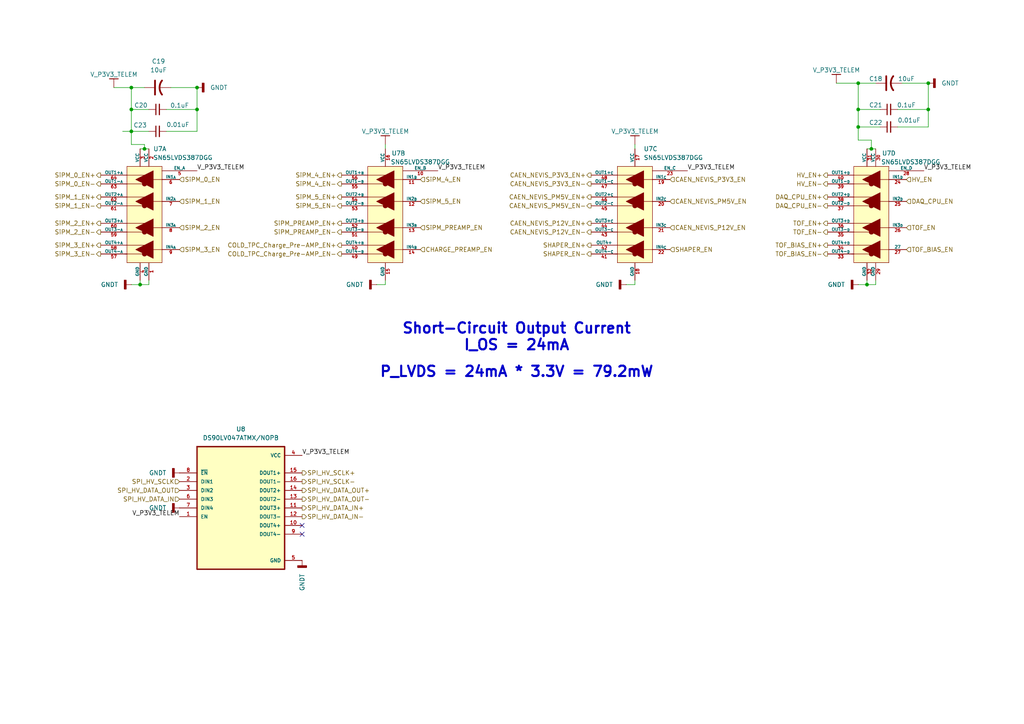
<source format=kicad_sch>
(kicad_sch
	(version 20250114)
	(generator "eeschema")
	(generator_version "9.0")
	(uuid "1e7d807d-a364-4137-8e2a-ebd7bd21eb1d")
	(paper "A4")
	(lib_symbols
		(symbol "C_2"
			(pin_numbers
				(hide yes)
			)
			(pin_names
				(offset 0)
				(hide yes)
			)
			(exclude_from_sim no)
			(in_bom yes)
			(on_board yes)
			(property "Reference" "C"
				(at 2.54 5.08 0)
				(effects
					(font
						(size 1.27 1.27)
					)
				)
			)
			(property "Value" ""
				(at 0 0 0)
				(effects
					(font
						(size 1.27 1.27)
					)
				)
			)
			(property "Footprint" ""
				(at 0 0 0)
				(effects
					(font
						(size 1.27 1.27)
					)
					(hide yes)
				)
			)
			(property "Datasheet" ""
				(at 0 0 0)
				(effects
					(font
						(size 1.27 1.27)
					)
					(hide yes)
				)
			)
			(property "Description" ""
				(at 0 0 0)
				(effects
					(font
						(size 1.27 1.27)
					)
					(hide yes)
				)
			)
			(property "Manufacturer" ""
				(at 0 0 0)
				(effects
					(font
						(size 1.27 1.27)
					)
					(hide yes)
				)
			)
			(property "Man. Part Num" ""
				(at 0 0 0)
				(effects
					(font
						(size 1.27 1.27)
					)
					(hide yes)
				)
			)
			(property "Distributor" ""
				(at 0 0 0)
				(effects
					(font
						(size 1.27 1.27)
					)
					(hide yes)
				)
			)
			(property "Dist. Part Num" ""
				(at 0 0 0)
				(effects
					(font
						(size 1.27 1.27)
					)
					(hide yes)
				)
			)
			(property "Package" ""
				(at 0 0 0)
				(effects
					(font
						(size 1.27 1.27)
					)
					(hide yes)
				)
			)
			(property "Part Type" ""
				(at 0 0 0)
				(effects
					(font
						(size 1.27 1.27)
					)
					(hide yes)
				)
			)
			(property "Notes" ""
				(at 0 0 0)
				(effects
					(font
						(size 1.27 1.27)
					)
					(hide yes)
				)
			)
			(symbol "C_2_0_1"
				(polyline
					(pts
						(xy 2.032 1.016) (xy 2.032 4.064)
					)
					(stroke
						(width 0.3048)
						(type default)
					)
					(fill
						(type none)
					)
				)
				(polyline
					(pts
						(xy 3.048 1.016) (xy 3.048 4.064)
					)
					(stroke
						(width 0.3302)
						(type default)
					)
					(fill
						(type none)
					)
				)
			)
			(symbol "C_2_1_1"
				(pin passive line
					(at 0 2.54 0)
					(length 2.032)
					(name "~"
						(effects
							(font
								(size 1.27 1.27)
							)
						)
					)
					(number "1"
						(effects
							(font
								(size 1.27 1.27)
							)
						)
					)
				)
				(pin passive line
					(at 5.08 2.54 180)
					(length 2.032)
					(name "~"
						(effects
							(font
								(size 1.27 1.27)
							)
						)
					)
					(number "2"
						(effects
							(font
								(size 1.27 1.27)
							)
						)
					)
				)
			)
			(embedded_fonts no)
		)
		(symbol "C_3"
			(pin_numbers
				(hide yes)
			)
			(pin_names
				(offset 0)
				(hide yes)
			)
			(exclude_from_sim no)
			(in_bom yes)
			(on_board yes)
			(property "Reference" "C"
				(at 2.54 5.08 0)
				(effects
					(font
						(size 1.27 1.27)
					)
				)
			)
			(property "Value" ""
				(at 0 0 0)
				(effects
					(font
						(size 1.27 1.27)
					)
				)
			)
			(property "Footprint" ""
				(at 0 0 0)
				(effects
					(font
						(size 1.27 1.27)
					)
					(hide yes)
				)
			)
			(property "Datasheet" ""
				(at 0 0 0)
				(effects
					(font
						(size 1.27 1.27)
					)
					(hide yes)
				)
			)
			(property "Description" ""
				(at 0 0 0)
				(effects
					(font
						(size 1.27 1.27)
					)
					(hide yes)
				)
			)
			(property "Manufacturer" ""
				(at 0 0 0)
				(effects
					(font
						(size 1.27 1.27)
					)
					(hide yes)
				)
			)
			(property "Man. Part Num" ""
				(at 0 0 0)
				(effects
					(font
						(size 1.27 1.27)
					)
					(hide yes)
				)
			)
			(property "Distributor" ""
				(at 0 0 0)
				(effects
					(font
						(size 1.27 1.27)
					)
					(hide yes)
				)
			)
			(property "Dist. Part Num" ""
				(at 0 0 0)
				(effects
					(font
						(size 1.27 1.27)
					)
					(hide yes)
				)
			)
			(property "Package" ""
				(at 0 0 0)
				(effects
					(font
						(size 1.27 1.27)
					)
					(hide yes)
				)
			)
			(property "Part Type" ""
				(at 0 0 0)
				(effects
					(font
						(size 1.27 1.27)
					)
					(hide yes)
				)
			)
			(property "Notes" ""
				(at 0 0 0)
				(effects
					(font
						(size 1.27 1.27)
					)
					(hide yes)
				)
			)
			(symbol "C_3_0_1"
				(polyline
					(pts
						(xy 2.032 1.016) (xy 2.032 4.064)
					)
					(stroke
						(width 0.3048)
						(type default)
					)
					(fill
						(type none)
					)
				)
				(polyline
					(pts
						(xy 3.048 1.016) (xy 3.048 4.064)
					)
					(stroke
						(width 0.3302)
						(type default)
					)
					(fill
						(type none)
					)
				)
			)
			(symbol "C_3_1_1"
				(pin passive line
					(at 0 2.54 0)
					(length 2.032)
					(name "~"
						(effects
							(font
								(size 1.27 1.27)
							)
						)
					)
					(number "1"
						(effects
							(font
								(size 1.27 1.27)
							)
						)
					)
				)
				(pin passive line
					(at 5.08 2.54 180)
					(length 2.032)
					(name "~"
						(effects
							(font
								(size 1.27 1.27)
							)
						)
					)
					(number "2"
						(effects
							(font
								(size 1.27 1.27)
							)
						)
					)
				)
			)
			(embedded_fonts no)
		)
		(symbol "C_Tantalum_1"
			(pin_numbers
				(hide yes)
			)
			(pin_names
				(offset 0)
				(hide yes)
			)
			(exclude_from_sim no)
			(in_bom yes)
			(on_board yes)
			(property "Reference" "C"
				(at 0 0 0)
				(effects
					(font
						(size 1.27 1.27)
					)
				)
			)
			(property "Value" ""
				(at 0 0 0)
				(effects
					(font
						(size 1.27 1.27)
					)
				)
			)
			(property "Footprint" ""
				(at 0 0 0)
				(effects
					(font
						(size 1.27 1.27)
					)
					(hide yes)
				)
			)
			(property "Datasheet" ""
				(at 0 0 0)
				(effects
					(font
						(size 1.27 1.27)
					)
					(hide yes)
				)
			)
			(property "Description" ""
				(at 0 0 0)
				(effects
					(font
						(size 1.27 1.27)
					)
					(hide yes)
				)
			)
			(property "Manufacturer" ""
				(at 0 0 0)
				(effects
					(font
						(size 1.27 1.27)
					)
					(hide yes)
				)
			)
			(property "Man. Part Num" ""
				(at 0 0 0)
				(effects
					(font
						(size 1.27 1.27)
					)
					(hide yes)
				)
			)
			(property "Distributor" ""
				(at 0 0 0)
				(effects
					(font
						(size 1.27 1.27)
					)
					(hide yes)
				)
			)
			(property "Dist. Part Num" ""
				(at 0 0 0)
				(effects
					(font
						(size 1.27 1.27)
					)
					(hide yes)
				)
			)
			(property "Part Type" ""
				(at 0 0 0)
				(effects
					(font
						(size 1.27 1.27)
					)
					(hide yes)
				)
			)
			(property "Package" ""
				(at 0 0 0)
				(effects
					(font
						(size 1.27 1.27)
					)
					(hide yes)
				)
			)
			(property "Notes" ""
				(at 0 0 0)
				(effects
					(font
						(size 1.27 1.27)
					)
					(hide yes)
				)
			)
			(symbol "C_Tantalum_1_0_1"
				(polyline
					(pts
						(xy 4.318 0.508) (xy 4.318 4.572)
					)
					(stroke
						(width 0.508)
						(type default)
					)
					(fill
						(type none)
					)
				)
				(arc
					(start 6.35 0.508)
					(mid 5.6372 2.54)
					(end 6.35 4.572)
					(stroke
						(width 0.508)
						(type default)
					)
					(fill
						(type none)
					)
				)
			)
			(symbol "C_Tantalum_1_1_1"
				(pin passive line
					(at 1.27 2.54 0)
					(length 2.794)
					(name "~"
						(effects
							(font
								(size 1.27 1.27)
							)
						)
					)
					(number "1"
						(effects
							(font
								(size 1.27 1.27)
							)
						)
					)
				)
				(pin passive line
					(at 8.89 2.54 180)
					(length 3.302)
					(name "~"
						(effects
							(font
								(size 1.27 1.27)
							)
						)
					)
					(number "2"
						(effects
							(font
								(size 1.27 1.27)
							)
						)
					)
				)
			)
			(embedded_fonts no)
		)
		(symbol "MSAG_Misc:+3.3V"
			(power)
			(pin_names
				(offset 0)
			)
			(exclude_from_sim no)
			(in_bom yes)
			(on_board yes)
			(property "Reference" "#PWR"
				(at 0 -3.81 0)
				(effects
					(font
						(size 1.27 1.27)
					)
					(hide yes)
				)
			)
			(property "Value" "+3.3V"
				(at 0 3.556 0)
				(effects
					(font
						(size 1.27 1.27)
					)
				)
			)
			(property "Footprint" ""
				(at 0 0 0)
				(effects
					(font
						(size 1.27 1.27)
					)
					(hide yes)
				)
			)
			(property "Datasheet" ""
				(at 0 0 0)
				(effects
					(font
						(size 1.27 1.27)
					)
					(hide yes)
				)
			)
			(property "Description" "power-flag symbol"
				(at 0 0 0)
				(effects
					(font
						(size 1.27 1.27)
					)
					(hide yes)
				)
			)
			(property "ki_keywords" "Power Flag Symbol"
				(at 0 0 0)
				(effects
					(font
						(size 1.27 1.27)
					)
					(hide yes)
				)
			)
			(symbol "+3.3V_0_1"
				(polyline
					(pts
						(xy -1.27 2.54) (xy 0 2.54)
					)
					(stroke
						(width 0.254)
						(type solid)
					)
					(fill
						(type none)
					)
				)
				(polyline
					(pts
						(xy 0 0) (xy 0 2.54)
					)
					(stroke
						(width 0)
						(type solid)
					)
					(fill
						(type none)
					)
				)
			)
			(symbol "+3.3V_1_1"
				(polyline
					(pts
						(xy 0 2.54) (xy 1.27 2.54)
					)
					(stroke
						(width 0.254)
						(type solid)
					)
					(fill
						(type none)
					)
				)
				(pin power_in line
					(at 0 0 90)
					(length 0)
					(hide yes)
					(name "+3.3V"
						(effects
							(font
								(size 1.27 1.27)
							)
						)
					)
					(number "1"
						(effects
							(font
								(size 1.27 1.27)
							)
						)
					)
				)
			)
			(embedded_fonts no)
		)
		(symbol "Texas_Instruments:DS90LV047ATM"
			(pin_names
				(offset 1.016)
			)
			(exclude_from_sim no)
			(in_bom yes)
			(on_board yes)
			(property "Reference" "U"
				(at -12.7 18.78 0)
				(effects
					(font
						(size 1.27 1.27)
					)
					(justify left bottom)
				)
			)
			(property "Value" "DS90LV047ATMX/NOPB"
				(at -12.7 -21.78 0)
				(effects
					(font
						(size 1.27 1.27)
					)
					(justify left bottom)
				)
			)
			(property "Footprint" "DS90LV047ATM:SOIC127P600X175-16N"
				(at 0 0 0)
				(effects
					(font
						(size 1.27 1.27)
					)
					(justify bottom)
					(hide yes)
				)
			)
			(property "Datasheet" "https://rocelec.widen.net/view/pdf/f6qub1fbau/snls044d.pdf?t.download=true&u=5oefqw"
				(at 0 0 0)
				(effects
					(font
						(size 1.27 1.27)
					)
					(hide yes)
				)
			)
			(property "Description" "IC TRANSCEIVER 4/0 16SOIC (Quad Driver)"
				(at 0 0 0)
				(effects
					(font
						(size 1.27 1.27)
					)
					(hide yes)
				)
			)
			(property "Manufacturer" "Texas Instruments"
				(at 0 0 0)
				(effects
					(font
						(size 1.27 1.27)
					)
					(hide yes)
				)
			)
			(property "Man. Part Num" "DS90LV047ATMX/NOPB"
				(at 0 0 0)
				(effects
					(font
						(size 1.27 1.27)
					)
					(hide yes)
				)
			)
			(property "Distributor" "Digi-Key"
				(at 0 0 0)
				(effects
					(font
						(size 1.27 1.27)
					)
					(hide yes)
				)
			)
			(property "Dist. Part Num" "296-37349-1-ND"
				(at 0 0 0)
				(effects
					(font
						(size 1.27 1.27)
					)
					(hide yes)
				)
			)
			(property "Part Type" "SMD"
				(at 0 0 0)
				(effects
					(font
						(size 1.27 1.27)
					)
					(hide yes)
				)
			)
			(property "Package" "16SOIC"
				(at 0 0 0)
				(effects
					(font
						(size 1.27 1.27)
					)
					(hide yes)
				)
			)
			(property "Notes" ""
				(at 0 0 0)
				(effects
					(font
						(size 1.27 1.27)
					)
					(hide yes)
				)
			)
			(symbol "DS90LV047ATM_0_0"
				(rectangle
					(start -12.7 -17.78)
					(end 12.7 17.78)
					(stroke
						(width 0.41)
						(type default)
					)
					(fill
						(type background)
					)
				)
				(pin input line
					(at -17.78 10.16 0)
					(length 5.08)
					(name "~{EN}"
						(effects
							(font
								(size 1.016 1.016)
							)
						)
					)
					(number "8"
						(effects
							(font
								(size 1.016 1.016)
							)
						)
					)
				)
				(pin input line
					(at -17.78 7.62 0)
					(length 5.08)
					(name "DIN1"
						(effects
							(font
								(size 1.016 1.016)
							)
						)
					)
					(number "2"
						(effects
							(font
								(size 1.016 1.016)
							)
						)
					)
				)
				(pin input line
					(at -17.78 5.08 0)
					(length 5.08)
					(name "DIN2"
						(effects
							(font
								(size 1.016 1.016)
							)
						)
					)
					(number "3"
						(effects
							(font
								(size 1.016 1.016)
							)
						)
					)
				)
				(pin input line
					(at -17.78 2.54 0)
					(length 5.08)
					(name "DIN3"
						(effects
							(font
								(size 1.016 1.016)
							)
						)
					)
					(number "6"
						(effects
							(font
								(size 1.016 1.016)
							)
						)
					)
				)
				(pin input line
					(at -17.78 0 0)
					(length 5.08)
					(name "DIN4"
						(effects
							(font
								(size 1.016 1.016)
							)
						)
					)
					(number "7"
						(effects
							(font
								(size 1.016 1.016)
							)
						)
					)
				)
				(pin input line
					(at -17.78 -2.54 0)
					(length 5.08)
					(name "EN"
						(effects
							(font
								(size 1.016 1.016)
							)
						)
					)
					(number "1"
						(effects
							(font
								(size 1.016 1.016)
							)
						)
					)
				)
				(pin power_in line
					(at 17.78 15.24 180)
					(length 5.08)
					(name "VCC"
						(effects
							(font
								(size 1.016 1.016)
							)
						)
					)
					(number "4"
						(effects
							(font
								(size 1.016 1.016)
							)
						)
					)
				)
				(pin output line
					(at 17.78 10.16 180)
					(length 5.08)
					(name "DOUT1+"
						(effects
							(font
								(size 1.016 1.016)
							)
						)
					)
					(number "15"
						(effects
							(font
								(size 1.016 1.016)
							)
						)
					)
				)
				(pin output line
					(at 17.78 7.62 180)
					(length 5.08)
					(name "DOUT1-"
						(effects
							(font
								(size 1.016 1.016)
							)
						)
					)
					(number "16"
						(effects
							(font
								(size 1.016 1.016)
							)
						)
					)
				)
				(pin output line
					(at 17.78 5.08 180)
					(length 5.08)
					(name "DOUT2+"
						(effects
							(font
								(size 1.016 1.016)
							)
						)
					)
					(number "14"
						(effects
							(font
								(size 1.016 1.016)
							)
						)
					)
				)
				(pin output line
					(at 17.78 2.54 180)
					(length 5.08)
					(name "DOUT2-"
						(effects
							(font
								(size 1.016 1.016)
							)
						)
					)
					(number "13"
						(effects
							(font
								(size 1.016 1.016)
							)
						)
					)
				)
				(pin output line
					(at 17.78 0 180)
					(length 5.08)
					(name "DOUT3+"
						(effects
							(font
								(size 1.016 1.016)
							)
						)
					)
					(number "11"
						(effects
							(font
								(size 1.016 1.016)
							)
						)
					)
				)
				(pin output line
					(at 17.78 -2.54 180)
					(length 5.08)
					(name "DOUT3-"
						(effects
							(font
								(size 1.016 1.016)
							)
						)
					)
					(number "12"
						(effects
							(font
								(size 1.016 1.016)
							)
						)
					)
				)
				(pin output line
					(at 17.78 -5.08 180)
					(length 5.08)
					(name "DOUT4+"
						(effects
							(font
								(size 1.016 1.016)
							)
						)
					)
					(number "10"
						(effects
							(font
								(size 1.016 1.016)
							)
						)
					)
				)
				(pin output line
					(at 17.78 -7.62 180)
					(length 5.08)
					(name "DOUT4-"
						(effects
							(font
								(size 1.016 1.016)
							)
						)
					)
					(number "9"
						(effects
							(font
								(size 1.016 1.016)
							)
						)
					)
				)
				(pin power_in line
					(at 17.78 -15.24 180)
					(length 5.08)
					(name "GND"
						(effects
							(font
								(size 1.016 1.016)
							)
						)
					)
					(number "5"
						(effects
							(font
								(size 1.016 1.016)
							)
						)
					)
				)
			)
			(embedded_fonts no)
		)
		(symbol "Texas_Instruments:SN65LVDS387DGG"
			(pin_names
				(offset 0)
			)
			(exclude_from_sim no)
			(in_bom yes)
			(on_board yes)
			(property "Reference" "U27"
				(at 20.32 6.35 0)
				(effects
					(font
						(size 1.27 1.27)
					)
					(justify left)
					(hide yes)
				)
			)
			(property "Value" "SN65LVDS387DGG"
				(at 20.32 3.81 0)
				(effects
					(font
						(size 1.27 1.27)
					)
					(justify left)
					(hide yes)
				)
			)
			(property "Footprint" "Texas_Instruments:SN65LVDS387DGG"
				(at 0.635 0 0)
				(effects
					(font
						(size 1.27 1.27)
					)
					(hide yes)
				)
			)
			(property "Datasheet" "https://www.ti.com/lit/ds/symlink/sn65lvds387.pdf?HQS=dis-dk-null-digikeymode-dsf-pf-null-wwe&ts=1741651796131&ref_url=https%253A%252F%252Fwww.ti.com%252Fgeneral%252Fdocs%252Fsuppproductinfo.tsp%253FdistId%253D10%2526gotoUrl%253Dhttps%253A%252F%252Fwww.ti.com%252Flit%252Fgpn%252Fsn65lvds387"
				(at 0.635 0 0)
				(effects
					(font
						(size 1.27 1.27)
					)
					(hide yes)
				)
			)
			(property "Description" "16/0 Driver LVDS 64-TSSOP"
				(at 0.635 0 0)
				(effects
					(font
						(size 1.27 1.27)
					)
					(hide yes)
				)
			)
			(property "Manufacturer" "Texas Instruments"
				(at 0 0 0)
				(effects
					(font
						(size 1.27 1.27)
					)
					(hide yes)
				)
			)
			(property "Man. Part Num" "SN65LVDS387DGG"
				(at 0 0 0)
				(effects
					(font
						(size 1.27 1.27)
					)
					(hide yes)
				)
			)
			(property "Distributor" "Digi-Key"
				(at 0 0 0)
				(effects
					(font
						(size 1.27 1.27)
					)
					(hide yes)
				)
			)
			(property "Dist. Part Num" "296-2354-5-ND"
				(at 0 0 0)
				(effects
					(font
						(size 1.27 1.27)
					)
					(hide yes)
				)
			)
			(property "Package" "64-TSSOP"
				(at 0 0 0)
				(effects
					(font
						(size 1.27 1.27)
					)
					(hide yes)
				)
			)
			(property "Part Type" "SMD"
				(at 0 0 0)
				(effects
					(font
						(size 1.27 1.27)
					)
					(hide yes)
				)
			)
			(property "Notes" ""
				(at 0 0 0)
				(effects
					(font
						(size 1.27 1.27)
					)
					(hide yes)
				)
			)
			(property "DATASHEET-URL" ""
				(at 0 0 0)
				(effects
					(font
						(size 1.27 1.27)
					)
					(hide yes)
				)
			)
			(property "GENDER" ""
				(at 0 0 0)
				(effects
					(font
						(size 1.27 1.27)
					)
					(hide yes)
				)
			)
			(property "MF" ""
				(at 0 0 0)
				(effects
					(font
						(size 1.27 1.27)
					)
					(hide yes)
				)
			)
			(property "MP" ""
				(at 0 0 0)
				(effects
					(font
						(size 1.27 1.27)
					)
					(hide yes)
				)
			)
			(property "Man. Part Nu," ""
				(at 0 0 0)
				(effects
					(font
						(size 1.27 1.27)
					)
					(hide yes)
				)
			)
			(property "PART-NUMBER" ""
				(at 0 0 0)
				(effects
					(font
						(size 1.27 1.27)
					)
					(hide yes)
				)
			)
			(property "PINS" ""
				(at 0 0 0)
				(effects
					(font
						(size 1.27 1.27)
					)
					(hide yes)
				)
			)
			(property "Purchase-URL" ""
				(at 0 0 0)
				(effects
					(font
						(size 1.27 1.27)
					)
					(hide yes)
				)
			)
			(property "TYPE" ""
				(at 0 0 0)
				(effects
					(font
						(size 1.27 1.27)
					)
					(hide yes)
				)
			)
			(property "WE-NUMBER" ""
				(at 0 0 0)
				(effects
					(font
						(size 1.27 1.27)
					)
					(hide yes)
				)
			)
			(property "WORKING-VOLTAGE" ""
				(at 0 0 0)
				(effects
					(font
						(size 1.27 1.27)
					)
					(hide yes)
				)
			)
			(property "ki_locked" ""
				(at 0 0 0)
				(effects
					(font
						(size 1.27 1.27)
					)
				)
			)
			(symbol "SN65LVDS387DGG_1_1"
				(rectangle
					(start -5.08 13.97)
					(end 5.08 -13.97)
					(stroke
						(width 0)
						(type default)
					)
					(fill
						(type background)
					)
				)
				(polyline
					(pts
						(xy -2.54 12.7) (xy -2.54 7.62) (xy 2.54 10.16) (xy -2.54 12.7)
					)
					(stroke
						(width 0)
						(type default)
					)
					(fill
						(type outline)
					)
				)
				(polyline
					(pts
						(xy -2.54 6.35) (xy -2.54 1.27) (xy 2.54 3.81) (xy -2.54 6.35)
					)
					(stroke
						(width 0)
						(type default)
					)
					(fill
						(type outline)
					)
				)
				(polyline
					(pts
						(xy -2.54 -1.27) (xy -2.54 -6.35) (xy 2.54 -3.81) (xy -2.54 -1.27)
					)
					(stroke
						(width 0)
						(type default)
					)
					(fill
						(type outline)
					)
				)
				(polyline
					(pts
						(xy -2.54 -7.62) (xy -2.54 -12.7) (xy 2.54 -10.16) (xy -2.54 -7.62)
					)
					(stroke
						(width 0)
						(type default)
					)
					(fill
						(type outline)
					)
				)
				(polyline
					(pts
						(xy -1.27 10.16) (xy -5.08 10.16)
					)
					(stroke
						(width 0)
						(type default)
					)
					(fill
						(type none)
					)
				)
				(polyline
					(pts
						(xy -1.27 3.81) (xy -5.08 3.81)
					)
					(stroke
						(width 0)
						(type default)
					)
					(fill
						(type none)
					)
				)
				(polyline
					(pts
						(xy -1.27 -3.81) (xy -5.08 -3.81)
					)
					(stroke
						(width 0)
						(type default)
					)
					(fill
						(type none)
					)
				)
				(polyline
					(pts
						(xy -1.27 -10.16) (xy -5.08 -10.16)
					)
					(stroke
						(width 0)
						(type default)
					)
					(fill
						(type none)
					)
				)
				(circle
					(center 0 8.89)
					(radius 0.635)
					(stroke
						(width 0)
						(type default)
					)
					(fill
						(type outline)
					)
				)
				(polyline
					(pts
						(xy 0 8.89) (xy 5.08 8.89)
					)
					(stroke
						(width 0)
						(type default)
					)
					(fill
						(type none)
					)
				)
				(circle
					(center 0 2.54)
					(radius 0.635)
					(stroke
						(width 0)
						(type default)
					)
					(fill
						(type outline)
					)
				)
				(polyline
					(pts
						(xy 0 2.54) (xy 5.08 2.54)
					)
					(stroke
						(width 0)
						(type default)
					)
					(fill
						(type none)
					)
				)
				(polyline
					(pts
						(xy 0 -5.08) (xy 5.08 -5.08)
					)
					(stroke
						(width 0)
						(type default)
					)
					(fill
						(type none)
					)
				)
				(circle
					(center 0 -5.08)
					(radius 0.635)
					(stroke
						(width 0)
						(type default)
					)
					(fill
						(type outline)
					)
				)
				(polyline
					(pts
						(xy 0 -11.43) (xy 5.715 -11.43)
					)
					(stroke
						(width 0)
						(type default)
					)
					(fill
						(type none)
					)
				)
				(circle
					(center 0 -11.43)
					(radius 0.635)
					(stroke
						(width 0)
						(type default)
					)
					(fill
						(type outline)
					)
				)
				(polyline
					(pts
						(xy 5.08 11.43) (xy 0 11.43)
					)
					(stroke
						(width 0)
						(type default)
					)
					(fill
						(type none)
					)
				)
				(polyline
					(pts
						(xy 5.08 5.08) (xy -1.27 5.08)
					)
					(stroke
						(width 0)
						(type default)
					)
					(fill
						(type none)
					)
				)
				(polyline
					(pts
						(xy 5.08 -2.54) (xy -0.635 -2.54)
					)
					(stroke
						(width 0)
						(type default)
					)
					(fill
						(type none)
					)
				)
				(polyline
					(pts
						(xy 5.08 -8.89) (xy 0 -8.89)
					)
					(stroke
						(width 0)
						(type default)
					)
					(fill
						(type none)
					)
				)
				(pin input line
					(at -15.24 12.7 0)
					(length 10.16)
					(name "EN_A"
						(effects
							(font
								(size 0.889 0.889)
							)
						)
					)
					(number "5"
						(effects
							(font
								(size 0.889 0.889)
							)
						)
					)
				)
				(pin input line
					(at -10.16 10.16 0)
					(length 5.08)
					(name "IN1_{A}"
						(effects
							(font
								(size 0.889 0.889)
							)
						)
					)
					(number "6"
						(effects
							(font
								(size 0.889 0.889)
							)
						)
					)
				)
				(pin input line
					(at -10.16 3.81 0)
					(length 5.08)
					(name "IN2_{A}"
						(effects
							(font
								(size 0.889 0.889)
							)
						)
					)
					(number "7"
						(effects
							(font
								(size 0.889 0.889)
							)
						)
					)
				)
				(pin input line
					(at -10.16 -3.81 0)
					(length 5.08)
					(name "IN3_{A}"
						(effects
							(font
								(size 0.889 0.889)
							)
						)
					)
					(number "8"
						(effects
							(font
								(size 0.889 0.889)
							)
						)
					)
				)
				(pin input line
					(at -10.16 -10.16 0)
					(length 5.08)
					(name "IN4_{A}"
						(effects
							(font
								(size 0.889 0.889)
							)
						)
					)
					(number "9"
						(effects
							(font
								(size 0.889 0.889)
							)
						)
					)
				)
				(pin power_in line
					(at -1.27 19.05 270)
					(length 5.08)
					(name "VCC"
						(effects
							(font
								(size 0.889 0.889)
							)
						)
					)
					(number "2"
						(effects
							(font
								(size 0.889 0.889)
							)
						)
					)
				)
				(pin power_in line
					(at -1.27 -19.05 90)
					(length 5.08)
					(name "GND"
						(effects
							(font
								(size 0.889 0.889)
							)
						)
					)
					(number "1"
						(effects
							(font
								(size 0.889 0.889)
							)
						)
					)
				)
				(pin power_in line
					(at 1.27 19.05 270)
					(length 5.08)
					(name "VCC"
						(effects
							(font
								(size 0.889 0.889)
							)
						)
					)
					(number "3"
						(effects
							(font
								(size 0.889 0.889)
							)
						)
					)
				)
				(pin power_in line
					(at 1.27 -19.05 90)
					(length 5.08)
					(name "GND"
						(effects
							(font
								(size 0.889 0.889)
							)
						)
					)
					(number "4"
						(effects
							(font
								(size 0.889 0.889)
							)
						)
					)
				)
				(pin output line
					(at 12.7 11.43 180)
					(length 7.62)
					(name "OUT1+_{A}"
						(effects
							(font
								(size 0.889 0.889)
							)
						)
					)
					(number "64"
						(effects
							(font
								(size 0.889 0.889)
							)
						)
					)
				)
				(pin output line
					(at 12.7 8.89 180)
					(length 7.62)
					(name "OUT1-_{A}"
						(effects
							(font
								(size 0.889 0.889)
							)
						)
					)
					(number "63"
						(effects
							(font
								(size 0.889 0.889)
							)
						)
					)
				)
				(pin output line
					(at 12.7 5.08 180)
					(length 7.62)
					(name "OUT2+_{A}"
						(effects
							(font
								(size 0.889 0.889)
							)
						)
					)
					(number "62"
						(effects
							(font
								(size 0.889 0.889)
							)
						)
					)
				)
				(pin output line
					(at 12.7 2.54 180)
					(length 7.62)
					(name "OUT2-_{A}"
						(effects
							(font
								(size 0.889 0.889)
							)
						)
					)
					(number "61"
						(effects
							(font
								(size 0.889 0.889)
							)
						)
					)
				)
				(pin output line
					(at 12.7 -2.54 180)
					(length 7.62)
					(name "OUT3+_{A}"
						(effects
							(font
								(size 0.889 0.889)
							)
						)
					)
					(number "60"
						(effects
							(font
								(size 0.889 0.889)
							)
						)
					)
				)
				(pin output line
					(at 12.7 -5.08 180)
					(length 7.62)
					(name "OUT3-_{A}"
						(effects
							(font
								(size 0.889 0.889)
							)
						)
					)
					(number "59"
						(effects
							(font
								(size 0.889 0.889)
							)
						)
					)
				)
				(pin output line
					(at 12.7 -8.89 180)
					(length 7.62)
					(name "OUT4+_{A}"
						(effects
							(font
								(size 0.889 0.889)
							)
						)
					)
					(number "58"
						(effects
							(font
								(size 0.889 0.889)
							)
						)
					)
				)
				(pin output line
					(at 12.7 -11.43 180)
					(length 7.62)
					(name "OUT4-_{A}"
						(effects
							(font
								(size 0.889 0.889)
							)
						)
					)
					(number "57"
						(effects
							(font
								(size 0.889 0.889)
							)
						)
					)
				)
			)
			(symbol "SN65LVDS387DGG_2_1"
				(rectangle
					(start -5.08 13.97)
					(end 5.08 -13.97)
					(stroke
						(width 0)
						(type default)
					)
					(fill
						(type background)
					)
				)
				(polyline
					(pts
						(xy -2.54 12.7) (xy -2.54 7.62) (xy 2.54 10.16) (xy -2.54 12.7)
					)
					(stroke
						(width 0)
						(type default)
					)
					(fill
						(type outline)
					)
				)
				(polyline
					(pts
						(xy -2.54 6.35) (xy -2.54 1.27) (xy 2.54 3.81) (xy -2.54 6.35)
					)
					(stroke
						(width 0)
						(type default)
					)
					(fill
						(type outline)
					)
				)
				(polyline
					(pts
						(xy -2.54 -1.27) (xy -2.54 -6.35) (xy 2.54 -3.81) (xy -2.54 -1.27)
					)
					(stroke
						(width 0)
						(type default)
					)
					(fill
						(type outline)
					)
				)
				(polyline
					(pts
						(xy -2.54 -7.62) (xy -2.54 -12.7) (xy 2.54 -10.16) (xy -2.54 -7.62)
					)
					(stroke
						(width 0)
						(type default)
					)
					(fill
						(type outline)
					)
				)
				(polyline
					(pts
						(xy -1.27 10.16) (xy -5.08 10.16)
					)
					(stroke
						(width 0)
						(type default)
					)
					(fill
						(type none)
					)
				)
				(polyline
					(pts
						(xy -1.27 3.81) (xy -5.08 3.81)
					)
					(stroke
						(width 0)
						(type default)
					)
					(fill
						(type none)
					)
				)
				(polyline
					(pts
						(xy -1.27 -3.81) (xy -5.08 -3.81)
					)
					(stroke
						(width 0)
						(type default)
					)
					(fill
						(type none)
					)
				)
				(polyline
					(pts
						(xy -1.27 -10.16) (xy -5.08 -10.16)
					)
					(stroke
						(width 0)
						(type default)
					)
					(fill
						(type none)
					)
				)
				(circle
					(center 0 8.89)
					(radius 0.635)
					(stroke
						(width 0)
						(type default)
					)
					(fill
						(type outline)
					)
				)
				(polyline
					(pts
						(xy 0 8.89) (xy 5.08 8.89)
					)
					(stroke
						(width 0)
						(type default)
					)
					(fill
						(type none)
					)
				)
				(circle
					(center 0 2.54)
					(radius 0.635)
					(stroke
						(width 0)
						(type default)
					)
					(fill
						(type outline)
					)
				)
				(polyline
					(pts
						(xy 0 2.54) (xy 5.08 2.54)
					)
					(stroke
						(width 0)
						(type default)
					)
					(fill
						(type none)
					)
				)
				(polyline
					(pts
						(xy 0 -5.08) (xy 5.08 -5.08)
					)
					(stroke
						(width 0)
						(type default)
					)
					(fill
						(type none)
					)
				)
				(circle
					(center 0 -5.08)
					(radius 0.635)
					(stroke
						(width 0)
						(type default)
					)
					(fill
						(type outline)
					)
				)
				(polyline
					(pts
						(xy 0 -11.43) (xy 5.715 -11.43)
					)
					(stroke
						(width 0)
						(type default)
					)
					(fill
						(type none)
					)
				)
				(circle
					(center 0 -11.43)
					(radius 0.635)
					(stroke
						(width 0)
						(type default)
					)
					(fill
						(type outline)
					)
				)
				(polyline
					(pts
						(xy 5.08 11.43) (xy 0 11.43)
					)
					(stroke
						(width 0)
						(type default)
					)
					(fill
						(type none)
					)
				)
				(polyline
					(pts
						(xy 5.08 5.08) (xy -1.27 5.08)
					)
					(stroke
						(width 0)
						(type default)
					)
					(fill
						(type none)
					)
				)
				(polyline
					(pts
						(xy 5.08 -2.54) (xy -0.635 -2.54)
					)
					(stroke
						(width 0)
						(type default)
					)
					(fill
						(type none)
					)
				)
				(polyline
					(pts
						(xy 5.08 -8.89) (xy 0 -8.89)
					)
					(stroke
						(width 0)
						(type default)
					)
					(fill
						(type none)
					)
				)
				(pin input line
					(at -15.24 12.7 0)
					(length 10.16)
					(name "EN_B"
						(effects
							(font
								(size 0.889 0.889)
							)
						)
					)
					(number "10"
						(effects
							(font
								(size 0.889 0.889)
							)
						)
					)
				)
				(pin input line
					(at -10.16 10.16 0)
					(length 5.08)
					(name "IN1_{B}"
						(effects
							(font
								(size 0.889 0.889)
							)
						)
					)
					(number "11"
						(effects
							(font
								(size 0.889 0.889)
							)
						)
					)
				)
				(pin input line
					(at -10.16 3.81 0)
					(length 5.08)
					(name "IN2_{B}"
						(effects
							(font
								(size 0.889 0.889)
							)
						)
					)
					(number "12"
						(effects
							(font
								(size 0.889 0.889)
							)
						)
					)
				)
				(pin input line
					(at -10.16 -3.81 0)
					(length 5.08)
					(name "IN3_{B}"
						(effects
							(font
								(size 0.889 0.889)
							)
						)
					)
					(number "13"
						(effects
							(font
								(size 0.889 0.889)
							)
						)
					)
				)
				(pin input line
					(at -10.16 -10.16 0)
					(length 5.08)
					(name "IN4_{B}"
						(effects
							(font
								(size 0.889 0.889)
							)
						)
					)
					(number "14"
						(effects
							(font
								(size 0.889 0.889)
							)
						)
					)
				)
				(pin power_in line
					(at 0 19.05 270)
					(length 5.08)
					(name "VCC"
						(effects
							(font
								(size 0.889 0.889)
							)
						)
					)
					(number "16"
						(effects
							(font
								(size 0.889 0.889)
							)
						)
					)
				)
				(pin power_in line
					(at 0 -19.05 90)
					(length 5.08)
					(name "GND"
						(effects
							(font
								(size 0.889 0.889)
							)
						)
					)
					(number "15"
						(effects
							(font
								(size 0.889 0.889)
							)
						)
					)
				)
				(pin output line
					(at 12.7 11.43 180)
					(length 7.62)
					(name "OUT1+_{B}"
						(effects
							(font
								(size 0.889 0.889)
							)
						)
					)
					(number "56"
						(effects
							(font
								(size 0.889 0.889)
							)
						)
					)
				)
				(pin output line
					(at 12.7 8.89 180)
					(length 7.62)
					(name "OUT1-_{B}"
						(effects
							(font
								(size 0.889 0.889)
							)
						)
					)
					(number "55"
						(effects
							(font
								(size 0.889 0.889)
							)
						)
					)
				)
				(pin output line
					(at 12.7 5.08 180)
					(length 7.62)
					(name "OUT2+_{B}"
						(effects
							(font
								(size 0.889 0.889)
							)
						)
					)
					(number "54"
						(effects
							(font
								(size 0.889 0.889)
							)
						)
					)
				)
				(pin output line
					(at 12.7 2.54 180)
					(length 7.62)
					(name "OUT2-_{B}"
						(effects
							(font
								(size 0.889 0.889)
							)
						)
					)
					(number "53"
						(effects
							(font
								(size 0.889 0.889)
							)
						)
					)
				)
				(pin output line
					(at 12.7 -2.54 180)
					(length 7.62)
					(name "OUT3+_{B}"
						(effects
							(font
								(size 0.889 0.889)
							)
						)
					)
					(number "52"
						(effects
							(font
								(size 0.889 0.889)
							)
						)
					)
				)
				(pin output line
					(at 12.7 -5.08 180)
					(length 7.62)
					(name "OUT3-_{B}"
						(effects
							(font
								(size 0.889 0.889)
							)
						)
					)
					(number "51"
						(effects
							(font
								(size 0.889 0.889)
							)
						)
					)
				)
				(pin output line
					(at 12.7 -8.89 180)
					(length 7.62)
					(name "OUT4+_{B}"
						(effects
							(font
								(size 0.889 0.889)
							)
						)
					)
					(number "40"
						(effects
							(font
								(size 0.889 0.889)
							)
						)
					)
				)
				(pin output line
					(at 12.7 -11.43 180)
					(length 7.62)
					(name "OUT4-_{B}"
						(effects
							(font
								(size 0.889 0.889)
							)
						)
					)
					(number "49"
						(effects
							(font
								(size 0.889 0.889)
							)
						)
					)
				)
			)
			(symbol "SN65LVDS387DGG_3_1"
				(rectangle
					(start -5.08 13.97)
					(end 5.08 -13.97)
					(stroke
						(width 0)
						(type default)
					)
					(fill
						(type background)
					)
				)
				(polyline
					(pts
						(xy -2.54 12.7) (xy -2.54 7.62) (xy 2.54 10.16) (xy -2.54 12.7)
					)
					(stroke
						(width 0)
						(type default)
					)
					(fill
						(type outline)
					)
				)
				(polyline
					(pts
						(xy -2.54 6.35) (xy -2.54 1.27) (xy 2.54 3.81) (xy -2.54 6.35)
					)
					(stroke
						(width 0)
						(type default)
					)
					(fill
						(type outline)
					)
				)
				(polyline
					(pts
						(xy -2.54 -1.27) (xy -2.54 -6.35) (xy 2.54 -3.81) (xy -2.54 -1.27)
					)
					(stroke
						(width 0)
						(type default)
					)
					(fill
						(type outline)
					)
				)
				(polyline
					(pts
						(xy -2.54 -7.62) (xy -2.54 -12.7) (xy 2.54 -10.16) (xy -2.54 -7.62)
					)
					(stroke
						(width 0)
						(type default)
					)
					(fill
						(type outline)
					)
				)
				(polyline
					(pts
						(xy -1.27 10.16) (xy -5.08 10.16)
					)
					(stroke
						(width 0)
						(type default)
					)
					(fill
						(type none)
					)
				)
				(polyline
					(pts
						(xy -1.27 3.81) (xy -5.08 3.81)
					)
					(stroke
						(width 0)
						(type default)
					)
					(fill
						(type none)
					)
				)
				(polyline
					(pts
						(xy -1.27 -3.81) (xy -5.08 -3.81)
					)
					(stroke
						(width 0)
						(type default)
					)
					(fill
						(type none)
					)
				)
				(polyline
					(pts
						(xy -1.27 -10.16) (xy -5.08 -10.16)
					)
					(stroke
						(width 0)
						(type default)
					)
					(fill
						(type none)
					)
				)
				(circle
					(center 0 8.89)
					(radius 0.635)
					(stroke
						(width 0)
						(type default)
					)
					(fill
						(type outline)
					)
				)
				(polyline
					(pts
						(xy 0 8.89) (xy 5.08 8.89)
					)
					(stroke
						(width 0)
						(type default)
					)
					(fill
						(type none)
					)
				)
				(circle
					(center 0 2.54)
					(radius 0.635)
					(stroke
						(width 0)
						(type default)
					)
					(fill
						(type outline)
					)
				)
				(polyline
					(pts
						(xy 0 2.54) (xy 5.08 2.54)
					)
					(stroke
						(width 0)
						(type default)
					)
					(fill
						(type none)
					)
				)
				(polyline
					(pts
						(xy 0 -5.08) (xy 5.08 -5.08)
					)
					(stroke
						(width 0)
						(type default)
					)
					(fill
						(type none)
					)
				)
				(circle
					(center 0 -5.08)
					(radius 0.635)
					(stroke
						(width 0)
						(type default)
					)
					(fill
						(type outline)
					)
				)
				(polyline
					(pts
						(xy 0 -11.43) (xy 5.715 -11.43)
					)
					(stroke
						(width 0)
						(type default)
					)
					(fill
						(type none)
					)
				)
				(circle
					(center 0 -11.43)
					(radius 0.635)
					(stroke
						(width 0)
						(type default)
					)
					(fill
						(type outline)
					)
				)
				(polyline
					(pts
						(xy 5.08 11.43) (xy 0 11.43)
					)
					(stroke
						(width 0)
						(type default)
					)
					(fill
						(type none)
					)
				)
				(polyline
					(pts
						(xy 5.08 5.08) (xy -1.27 5.08)
					)
					(stroke
						(width 0)
						(type default)
					)
					(fill
						(type none)
					)
				)
				(polyline
					(pts
						(xy 5.08 -2.54) (xy -0.635 -2.54)
					)
					(stroke
						(width 0)
						(type default)
					)
					(fill
						(type none)
					)
				)
				(polyline
					(pts
						(xy 5.08 -8.89) (xy 0 -8.89)
					)
					(stroke
						(width 0)
						(type default)
					)
					(fill
						(type none)
					)
				)
				(pin input line
					(at -15.24 12.7 0)
					(length 10.16)
					(name "EN_C"
						(effects
							(font
								(size 0.889 0.889)
							)
						)
					)
					(number "23"
						(effects
							(font
								(size 0.889 0.889)
							)
						)
					)
				)
				(pin input line
					(at -10.16 10.16 0)
					(length 5.08)
					(name "IN1_{C}"
						(effects
							(font
								(size 0.889 0.889)
							)
						)
					)
					(number "19"
						(effects
							(font
								(size 0.889 0.889)
							)
						)
					)
				)
				(pin input line
					(at -10.16 3.81 0)
					(length 5.08)
					(name "IN2_{C}"
						(effects
							(font
								(size 0.889 0.889)
							)
						)
					)
					(number "20"
						(effects
							(font
								(size 0.889 0.889)
							)
						)
					)
				)
				(pin input line
					(at -10.16 -3.81 0)
					(length 5.08)
					(name "IN3_{C}"
						(effects
							(font
								(size 0.889 0.889)
							)
						)
					)
					(number "21"
						(effects
							(font
								(size 0.889 0.889)
							)
						)
					)
				)
				(pin input line
					(at -10.16 -10.16 0)
					(length 5.08)
					(name "IN4_{C}"
						(effects
							(font
								(size 0.889 0.889)
							)
						)
					)
					(number "22"
						(effects
							(font
								(size 0.889 0.889)
							)
						)
					)
				)
				(pin power_in line
					(at 0 19.05 270)
					(length 5.08)
					(name "VCC"
						(effects
							(font
								(size 0.889 0.889)
							)
						)
					)
					(number "17"
						(effects
							(font
								(size 0.889 0.889)
							)
						)
					)
				)
				(pin power_in line
					(at 0 -19.05 90)
					(length 5.08)
					(name "GND"
						(effects
							(font
								(size 0.889 0.889)
							)
						)
					)
					(number "18"
						(effects
							(font
								(size 0.889 0.889)
							)
						)
					)
				)
				(pin output line
					(at 12.7 11.43 180)
					(length 7.62)
					(name "OUT1+_{C}"
						(effects
							(font
								(size 0.889 0.889)
							)
						)
					)
					(number "48"
						(effects
							(font
								(size 0.889 0.889)
							)
						)
					)
				)
				(pin output line
					(at 12.7 8.89 180)
					(length 7.62)
					(name "OUT1-_{C}"
						(effects
							(font
								(size 0.889 0.889)
							)
						)
					)
					(number "47"
						(effects
							(font
								(size 0.889 0.889)
							)
						)
					)
				)
				(pin output line
					(at 12.7 5.08 180)
					(length 7.62)
					(name "OUT2+_{C}"
						(effects
							(font
								(size 0.889 0.889)
							)
						)
					)
					(number "46"
						(effects
							(font
								(size 0.889 0.889)
							)
						)
					)
				)
				(pin output line
					(at 12.7 2.54 180)
					(length 7.62)
					(name "OUT2-_{C}"
						(effects
							(font
								(size 0.889 0.889)
							)
						)
					)
					(number "45"
						(effects
							(font
								(size 0.889 0.889)
							)
						)
					)
				)
				(pin output line
					(at 12.7 -2.54 180)
					(length 7.62)
					(name "OUT3+_{C}"
						(effects
							(font
								(size 0.889 0.889)
							)
						)
					)
					(number "44"
						(effects
							(font
								(size 0.889 0.889)
							)
						)
					)
				)
				(pin output line
					(at 12.7 -5.08 180)
					(length 7.62)
					(name "OUT3-_{C}"
						(effects
							(font
								(size 0.889 0.889)
							)
						)
					)
					(number "43"
						(effects
							(font
								(size 0.889 0.889)
							)
						)
					)
				)
				(pin output line
					(at 12.7 -8.89 180)
					(length 7.62)
					(name "OUT4+_{}"
						(effects
							(font
								(size 0.889 0.889)
							)
						)
					)
					(number "42"
						(effects
							(font
								(size 0.889 0.889)
							)
						)
					)
				)
				(pin output line
					(at 12.7 -11.43 180)
					(length 7.62)
					(name "OUT4-_{C}"
						(effects
							(font
								(size 0.889 0.889)
							)
						)
					)
					(number "41"
						(effects
							(font
								(size 0.889 0.889)
							)
						)
					)
				)
			)
			(symbol "SN65LVDS387DGG_4_1"
				(rectangle
					(start -5.08 13.97)
					(end 5.08 -13.97)
					(stroke
						(width 0)
						(type default)
					)
					(fill
						(type background)
					)
				)
				(polyline
					(pts
						(xy -2.54 12.7) (xy -2.54 7.62) (xy 2.54 10.16) (xy -2.54 12.7)
					)
					(stroke
						(width 0)
						(type default)
					)
					(fill
						(type outline)
					)
				)
				(polyline
					(pts
						(xy -2.54 6.35) (xy -2.54 1.27) (xy 2.54 3.81) (xy -2.54 6.35)
					)
					(stroke
						(width 0)
						(type default)
					)
					(fill
						(type outline)
					)
				)
				(polyline
					(pts
						(xy -2.54 -1.27) (xy -2.54 -6.35) (xy 2.54 -3.81) (xy -2.54 -1.27)
					)
					(stroke
						(width 0)
						(type default)
					)
					(fill
						(type outline)
					)
				)
				(polyline
					(pts
						(xy -2.54 -7.62) (xy -2.54 -12.7) (xy 2.54 -10.16) (xy -2.54 -7.62)
					)
					(stroke
						(width 0)
						(type default)
					)
					(fill
						(type outline)
					)
				)
				(polyline
					(pts
						(xy -1.27 10.16) (xy -5.08 10.16)
					)
					(stroke
						(width 0)
						(type default)
					)
					(fill
						(type none)
					)
				)
				(polyline
					(pts
						(xy -1.27 3.81) (xy -5.08 3.81)
					)
					(stroke
						(width 0)
						(type default)
					)
					(fill
						(type none)
					)
				)
				(polyline
					(pts
						(xy -1.27 -3.81) (xy -5.08 -3.81)
					)
					(stroke
						(width 0)
						(type default)
					)
					(fill
						(type none)
					)
				)
				(polyline
					(pts
						(xy -1.27 -10.16) (xy -5.08 -10.16)
					)
					(stroke
						(width 0)
						(type default)
					)
					(fill
						(type none)
					)
				)
				(circle
					(center 0 8.89)
					(radius 0.635)
					(stroke
						(width 0)
						(type default)
					)
					(fill
						(type outline)
					)
				)
				(polyline
					(pts
						(xy 0 8.89) (xy 5.08 8.89)
					)
					(stroke
						(width 0)
						(type default)
					)
					(fill
						(type none)
					)
				)
				(circle
					(center 0 2.54)
					(radius 0.635)
					(stroke
						(width 0)
						(type default)
					)
					(fill
						(type outline)
					)
				)
				(polyline
					(pts
						(xy 0 2.54) (xy 5.08 2.54)
					)
					(stroke
						(width 0)
						(type default)
					)
					(fill
						(type none)
					)
				)
				(polyline
					(pts
						(xy 0 -5.08) (xy 5.08 -5.08)
					)
					(stroke
						(width 0)
						(type default)
					)
					(fill
						(type none)
					)
				)
				(circle
					(center 0 -5.08)
					(radius 0.635)
					(stroke
						(width 0)
						(type default)
					)
					(fill
						(type outline)
					)
				)
				(polyline
					(pts
						(xy 0 -11.43) (xy 5.715 -11.43)
					)
					(stroke
						(width 0)
						(type default)
					)
					(fill
						(type none)
					)
				)
				(circle
					(center 0 -11.43)
					(radius 0.635)
					(stroke
						(width 0)
						(type default)
					)
					(fill
						(type outline)
					)
				)
				(polyline
					(pts
						(xy 5.08 11.43) (xy 0 11.43)
					)
					(stroke
						(width 0)
						(type default)
					)
					(fill
						(type none)
					)
				)
				(polyline
					(pts
						(xy 5.08 5.08) (xy -1.27 5.08)
					)
					(stroke
						(width 0)
						(type default)
					)
					(fill
						(type none)
					)
				)
				(polyline
					(pts
						(xy 5.08 -2.54) (xy -0.635 -2.54)
					)
					(stroke
						(width 0)
						(type default)
					)
					(fill
						(type none)
					)
				)
				(polyline
					(pts
						(xy 5.08 -8.89) (xy 0 -8.89)
					)
					(stroke
						(width 0)
						(type default)
					)
					(fill
						(type none)
					)
				)
				(pin input line
					(at -15.24 12.7 0)
					(length 10.16)
					(name "EN_D"
						(effects
							(font
								(size 0.889 0.889)
							)
						)
					)
					(number "28"
						(effects
							(font
								(size 0.889 0.889)
							)
						)
					)
				)
				(pin input line
					(at -10.16 10.16 0)
					(length 5.08)
					(name "IN1_{D}"
						(effects
							(font
								(size 0.889 0.889)
							)
						)
					)
					(number "24"
						(effects
							(font
								(size 0.889 0.889)
							)
						)
					)
				)
				(pin input line
					(at -10.16 3.81 0)
					(length 5.08)
					(name "IN2_{D}"
						(effects
							(font
								(size 0.889 0.889)
							)
						)
					)
					(number "25"
						(effects
							(font
								(size 0.889 0.889)
							)
						)
					)
				)
				(pin input line
					(at -10.16 -3.81 0)
					(length 5.08)
					(name "IN3_{D}"
						(effects
							(font
								(size 0.889 0.889)
							)
						)
					)
					(number "26"
						(effects
							(font
								(size 0.889 0.889)
							)
						)
					)
				)
				(pin input line
					(at -10.16 -10.16 0)
					(length 5.08)
					(name "27"
						(effects
							(font
								(size 0.889 0.889)
							)
						)
					)
					(number "27"
						(effects
							(font
								(size 0.889 0.889)
							)
						)
					)
				)
				(pin power_in line
					(at -1.27 19.05 270)
					(length 5.08)
					(name "VCC"
						(effects
							(font
								(size 0.889 0.889)
							)
						)
					)
					(number "30"
						(effects
							(font
								(size 0.889 0.889)
							)
						)
					)
				)
				(pin power_in line
					(at -1.27 -19.05 90)
					(length 5.08)
					(name "GND"
						(effects
							(font
								(size 0.889 0.889)
							)
						)
					)
					(number "29"
						(effects
							(font
								(size 0.889 0.889)
							)
						)
					)
				)
				(pin power_in line
					(at 1.27 19.05 270)
					(length 5.08)
					(name "VCC"
						(effects
							(font
								(size 0.889 0.889)
							)
						)
					)
					(number "31"
						(effects
							(font
								(size 0.889 0.889)
							)
						)
					)
				)
				(pin power_in line
					(at 1.27 -19.05 90)
					(length 5.08)
					(name "GND"
						(effects
							(font
								(size 0.889 0.889)
							)
						)
					)
					(number "32"
						(effects
							(font
								(size 0.889 0.889)
							)
						)
					)
				)
				(pin output line
					(at 12.7 11.43 180)
					(length 7.62)
					(name "OUT1+_{D}"
						(effects
							(font
								(size 0.889 0.889)
							)
						)
					)
					(number "40"
						(effects
							(font
								(size 0.889 0.889)
							)
						)
					)
				)
				(pin output line
					(at 12.7 8.89 180)
					(length 7.62)
					(name "OUT1-_{D}"
						(effects
							(font
								(size 0.889 0.889)
							)
						)
					)
					(number "39"
						(effects
							(font
								(size 0.889 0.889)
							)
						)
					)
				)
				(pin output line
					(at 12.7 5.08 180)
					(length 7.62)
					(name "OUT2+_{D}"
						(effects
							(font
								(size 0.889 0.889)
							)
						)
					)
					(number "38"
						(effects
							(font
								(size 0.889 0.889)
							)
						)
					)
				)
				(pin output line
					(at 12.7 2.54 180)
					(length 7.62)
					(name "OUT2-_{D}"
						(effects
							(font
								(size 0.889 0.889)
							)
						)
					)
					(number "37"
						(effects
							(font
								(size 0.889 0.889)
							)
						)
					)
				)
				(pin output line
					(at 12.7 -2.54 180)
					(length 7.62)
					(name "OUT3+_{D}"
						(effects
							(font
								(size 0.889 0.889)
							)
						)
					)
					(number "36"
						(effects
							(font
								(size 0.889 0.889)
							)
						)
					)
				)
				(pin output line
					(at 12.7 -5.08 180)
					(length 7.62)
					(name "OUT3-_{D}"
						(effects
							(font
								(size 0.889 0.889)
							)
						)
					)
					(number "35"
						(effects
							(font
								(size 0.889 0.889)
							)
						)
					)
				)
				(pin output line
					(at 12.7 -8.89 180)
					(length 7.62)
					(name "OUT4+_{D}"
						(effects
							(font
								(size 0.889 0.889)
							)
						)
					)
					(number "34"
						(effects
							(font
								(size 0.889 0.889)
							)
						)
					)
				)
				(pin output line
					(at 12.7 -11.43 180)
					(length 7.62)
					(name "OUT4-_{D}"
						(effects
							(font
								(size 0.889 0.889)
							)
						)
					)
					(number "33"
						(effects
							(font
								(size 0.889 0.889)
							)
						)
					)
				)
			)
			(embedded_fonts no)
		)
		(symbol "power:GNDD"
			(power)
			(pin_numbers
				(hide yes)
			)
			(pin_names
				(offset 0)
				(hide yes)
			)
			(exclude_from_sim no)
			(in_bom yes)
			(on_board yes)
			(property "Reference" "#PWR"
				(at 0 -6.35 0)
				(effects
					(font
						(size 1.27 1.27)
					)
					(hide yes)
				)
			)
			(property "Value" "GNDD"
				(at 0 -3.175 0)
				(effects
					(font
						(size 1.27 1.27)
					)
				)
			)
			(property "Footprint" ""
				(at 0 0 0)
				(effects
					(font
						(size 1.27 1.27)
					)
					(hide yes)
				)
			)
			(property "Datasheet" ""
				(at 0 0 0)
				(effects
					(font
						(size 1.27 1.27)
					)
					(hide yes)
				)
			)
			(property "Description" "Power symbol creates a global label with name \"GNDD\" , digital ground"
				(at 0 0 0)
				(effects
					(font
						(size 1.27 1.27)
					)
					(hide yes)
				)
			)
			(property "ki_keywords" "global power"
				(at 0 0 0)
				(effects
					(font
						(size 1.27 1.27)
					)
					(hide yes)
				)
			)
			(symbol "GNDD_0_1"
				(rectangle
					(start -1.27 -1.524)
					(end 1.27 -2.032)
					(stroke
						(width 0.254)
						(type default)
					)
					(fill
						(type outline)
					)
				)
				(polyline
					(pts
						(xy 0 0) (xy 0 -1.524)
					)
					(stroke
						(width 0)
						(type default)
					)
					(fill
						(type none)
					)
				)
			)
			(symbol "GNDD_1_1"
				(pin power_in line
					(at 0 0 270)
					(length 0)
					(name "~"
						(effects
							(font
								(size 1.27 1.27)
							)
						)
					)
					(number "1"
						(effects
							(font
								(size 1.27 1.27)
							)
						)
					)
				)
			)
			(embedded_fonts no)
		)
	)
	(text "Short-Circuit Output Current\nI_OS = 24mA"
		(exclude_from_sim no)
		(at 149.86 97.79 0)
		(effects
			(font
				(size 3 3)
				(thickness 0.6)
				(bold yes)
			)
		)
		(uuid "88fa2821-4e4d-44c7-9d0a-b6a58b93b590")
	)
	(text "P_LVDS = 24mA * 3.3V = 79.2mW"
		(exclude_from_sim no)
		(at 149.86 107.95 0)
		(effects
			(font
				(size 3 3)
				(thickness 0.6)
				(bold yes)
			)
		)
		(uuid "8c07a5c3-004a-4231-86d5-40deb684214f")
	)
	(junction
		(at 41.91 43.18)
		(diameter 0)
		(color 0 0 0 0)
		(uuid "0f880f0a-cbeb-47b5-8b13-f4e92431bf7f")
	)
	(junction
		(at 38.1 38.1)
		(diameter 0)
		(color 0 0 0 0)
		(uuid "16ef6b61-4f3c-4edb-9f89-a2f67de6ee40")
	)
	(junction
		(at 252.73 43.18)
		(diameter 0)
		(color 0 0 0 0)
		(uuid "4709439d-fed7-404d-a676-2eabde37f028")
	)
	(junction
		(at 251.46 82.55)
		(diameter 0)
		(color 0 0 0 0)
		(uuid "50140a18-dc18-44e4-be30-d2c562094c75")
	)
	(junction
		(at 38.1 25.4)
		(diameter 0)
		(color 0 0 0 0)
		(uuid "5696a4b9-6337-48b9-9b38-aafdc15a3620")
	)
	(junction
		(at 248.92 24.13)
		(diameter 0)
		(color 0 0 0 0)
		(uuid "65ec6302-063d-4647-b5fe-2a65a85c8803")
	)
	(junction
		(at 269.24 31.75)
		(diameter 0)
		(color 0 0 0 0)
		(uuid "83b7fc54-cbcb-4988-b91a-c0cb839b6528")
	)
	(junction
		(at 248.92 36.83)
		(diameter 0)
		(color 0 0 0 0)
		(uuid "846a5bff-34c2-4c03-b031-4c168d566248")
	)
	(junction
		(at 40.64 82.55)
		(diameter 0)
		(color 0 0 0 0)
		(uuid "9a162417-e617-4ab8-8370-83ae1bce8caa")
	)
	(junction
		(at 248.92 31.75)
		(diameter 0)
		(color 0 0 0 0)
		(uuid "b17a9b6d-4b78-4171-a3c4-b4add6af3bb9")
	)
	(junction
		(at 269.24 24.13)
		(diameter 0)
		(color 0 0 0 0)
		(uuid "b5a6ae98-41c7-4c53-8061-bb54851f64cd")
	)
	(junction
		(at 57.15 25.4)
		(diameter 0)
		(color 0 0 0 0)
		(uuid "d01677cd-ad74-4b5e-b516-6b62ee7c11bd")
	)
	(junction
		(at 38.1 31.75)
		(diameter 0)
		(color 0 0 0 0)
		(uuid "d92a4744-103a-4948-a885-8744020339f6")
	)
	(junction
		(at 57.15 31.75)
		(diameter 0)
		(color 0 0 0 0)
		(uuid "f00c5786-6e6f-4fbc-9fd7-b14dc0c9178d")
	)
	(no_connect
		(at 87.63 152.4)
		(uuid "5cd47618-4bd1-42b9-96a1-14a5f07ecfa8")
	)
	(no_connect
		(at 87.63 154.94)
		(uuid "f7c8c912-0220-464a-b70d-0f1ef19d0b33")
	)
	(wire
		(pts
			(xy 251.46 81.28) (xy 251.46 82.55)
		)
		(stroke
			(width 0)
			(type default)
		)
		(uuid "00c3e10e-0c4c-4389-a11f-6175fde638d2")
	)
	(wire
		(pts
			(xy 57.15 38.1) (xy 48.26 38.1)
		)
		(stroke
			(width 0)
			(type default)
		)
		(uuid "03b96b3b-3ed2-44cb-9a74-79465cb8f55e")
	)
	(wire
		(pts
			(xy 38.1 82.55) (xy 40.64 82.55)
		)
		(stroke
			(width 0)
			(type default)
		)
		(uuid "0813c155-6e8a-48b7-bd7d-2021555a4ca0")
	)
	(wire
		(pts
			(xy 33.02 25.4) (xy 38.1 25.4)
		)
		(stroke
			(width 0)
			(type default)
		)
		(uuid "09af80e4-4632-4262-89e5-ec479e69356a")
	)
	(wire
		(pts
			(xy 57.15 31.75) (xy 57.15 38.1)
		)
		(stroke
			(width 0)
			(type default)
		)
		(uuid "103f7195-b387-4720-9ab4-a417543a79bb")
	)
	(wire
		(pts
			(xy 248.92 31.75) (xy 248.92 36.83)
		)
		(stroke
			(width 0)
			(type default)
		)
		(uuid "18c3a3e3-33eb-4faa-a0a6-11c65e5a24d0")
	)
	(wire
		(pts
			(xy 43.18 31.75) (xy 38.1 31.75)
		)
		(stroke
			(width 0)
			(type default)
		)
		(uuid "1d05bc6a-8976-49d6-9f37-1cd642d1dffc")
	)
	(wire
		(pts
			(xy 260.35 31.75) (xy 269.24 31.75)
		)
		(stroke
			(width 0)
			(type default)
		)
		(uuid "22735e88-29cf-439f-84ac-8aa17286db0e")
	)
	(wire
		(pts
			(xy 111.76 43.18) (xy 111.76 41.91)
		)
		(stroke
			(width 0)
			(type default)
		)
		(uuid "248373c8-1542-4564-b4d0-ea36566ab62b")
	)
	(wire
		(pts
			(xy 248.92 40.64) (xy 248.92 36.83)
		)
		(stroke
			(width 0)
			(type default)
		)
		(uuid "26d25893-078e-4c5f-87ab-3e15fd2bcfe2")
	)
	(wire
		(pts
			(xy 261.62 24.13) (xy 269.24 24.13)
		)
		(stroke
			(width 0)
			(type default)
		)
		(uuid "271604b8-6588-468c-8beb-797255395f61")
	)
	(wire
		(pts
			(xy 40.64 43.18) (xy 41.91 43.18)
		)
		(stroke
			(width 0)
			(type default)
		)
		(uuid "3210e7c9-7a3c-4f3c-bc28-c82d376d0b08")
	)
	(wire
		(pts
			(xy 49.53 25.4) (xy 57.15 25.4)
		)
		(stroke
			(width 0)
			(type default)
		)
		(uuid "3782faa6-a520-478c-9548-a391a75eeaf9")
	)
	(wire
		(pts
			(xy 269.24 36.83) (xy 260.35 36.83)
		)
		(stroke
			(width 0)
			(type default)
		)
		(uuid "434cab77-d5a7-456a-aa72-8eab72482064")
	)
	(wire
		(pts
			(xy 242.57 24.13) (xy 248.92 24.13)
		)
		(stroke
			(width 0)
			(type default)
		)
		(uuid "4923340d-64bb-4a8f-aac5-088c0c94ce27")
	)
	(wire
		(pts
			(xy 252.73 40.64) (xy 248.92 40.64)
		)
		(stroke
			(width 0)
			(type default)
		)
		(uuid "49af05f8-f34b-4b9b-9204-9a68909bd6a0")
	)
	(wire
		(pts
			(xy 248.92 24.13) (xy 248.92 31.75)
		)
		(stroke
			(width 0)
			(type default)
		)
		(uuid "4ed87b24-0888-4481-95f7-2b7ebad2d13f")
	)
	(wire
		(pts
			(xy 251.46 43.18) (xy 252.73 43.18)
		)
		(stroke
			(width 0)
			(type default)
		)
		(uuid "50a8367e-49fc-413b-96b6-0fac5f0e560d")
	)
	(wire
		(pts
			(xy 184.15 81.28) (xy 184.15 82.55)
		)
		(stroke
			(width 0)
			(type default)
		)
		(uuid "51839b33-848f-45a5-be03-189d0e4bcb07")
	)
	(wire
		(pts
			(xy 184.15 43.18) (xy 184.15 41.91)
		)
		(stroke
			(width 0)
			(type default)
		)
		(uuid "53d9c2b7-19aa-4136-ab7a-977bae66d395")
	)
	(wire
		(pts
			(xy 255.27 31.75) (xy 248.92 31.75)
		)
		(stroke
			(width 0)
			(type default)
		)
		(uuid "5539b947-6825-4dd3-a079-a1ac67c627bd")
	)
	(wire
		(pts
			(xy 38.1 41.91) (xy 38.1 38.1)
		)
		(stroke
			(width 0)
			(type default)
		)
		(uuid "56c14646-a5bf-4d81-a28d-007ad18ca421")
	)
	(wire
		(pts
			(xy 41.91 41.91) (xy 38.1 41.91)
		)
		(stroke
			(width 0)
			(type default)
		)
		(uuid "5874c4fe-8216-4285-80b1-be0c67e8490a")
	)
	(wire
		(pts
			(xy 41.91 43.18) (xy 43.18 43.18)
		)
		(stroke
			(width 0)
			(type default)
		)
		(uuid "58ff8fa1-84ab-4ca5-bcc5-3c80781bee8c")
	)
	(wire
		(pts
			(xy 41.91 25.4) (xy 38.1 25.4)
		)
		(stroke
			(width 0)
			(type default)
		)
		(uuid "636d294a-c646-4a55-b230-a2383294a5e8")
	)
	(wire
		(pts
			(xy 111.76 81.28) (xy 111.76 82.55)
		)
		(stroke
			(width 0)
			(type default)
		)
		(uuid "6a86bca3-d67d-43d1-b4ab-e20d6d8b5560")
	)
	(wire
		(pts
			(xy 40.64 82.55) (xy 43.18 82.55)
		)
		(stroke
			(width 0)
			(type default)
		)
		(uuid "75b08f2f-b876-4fe2-af19-30eb3e3069ff")
	)
	(wire
		(pts
			(xy 269.24 24.13) (xy 269.24 31.75)
		)
		(stroke
			(width 0)
			(type default)
		)
		(uuid "7853a5b2-dbc9-4a99-a91e-dc16e6532da6")
	)
	(wire
		(pts
			(xy 38.1 38.1) (xy 43.18 38.1)
		)
		(stroke
			(width 0)
			(type default)
		)
		(uuid "799a4f70-c70d-4dac-aaf3-b2b0ad3d2b9e")
	)
	(wire
		(pts
			(xy 38.1 25.4) (xy 38.1 31.75)
		)
		(stroke
			(width 0)
			(type default)
		)
		(uuid "8d484dda-69bd-4cf1-8d6e-1ff14e09f508")
	)
	(wire
		(pts
			(xy 181.61 82.55) (xy 184.15 82.55)
		)
		(stroke
			(width 0)
			(type default)
		)
		(uuid "91b23759-ded4-4daa-9447-144c69f304c8")
	)
	(wire
		(pts
			(xy 57.15 25.4) (xy 57.15 31.75)
		)
		(stroke
			(width 0)
			(type default)
		)
		(uuid "976acfb8-497c-471e-a84e-3352e228da41")
	)
	(wire
		(pts
			(xy 38.1 31.75) (xy 38.1 38.1)
		)
		(stroke
			(width 0)
			(type default)
		)
		(uuid "995827a3-c77f-4b66-90d8-55f5e4010fbd")
	)
	(wire
		(pts
			(xy 40.64 81.28) (xy 40.64 82.55)
		)
		(stroke
			(width 0)
			(type default)
		)
		(uuid "9d9d6d3b-a817-481d-83e4-def9a6f8c0d7")
	)
	(wire
		(pts
			(xy 35.56 38.1) (xy 38.1 38.1)
		)
		(stroke
			(width 0)
			(type default)
		)
		(uuid "9e5a0ee9-aa18-415b-ae77-9b6005df91ac")
	)
	(wire
		(pts
			(xy 255.27 36.83) (xy 248.92 36.83)
		)
		(stroke
			(width 0)
			(type default)
		)
		(uuid "aec5819c-b852-42a1-8c6e-5d4b87d88c7d")
	)
	(wire
		(pts
			(xy 48.26 31.75) (xy 57.15 31.75)
		)
		(stroke
			(width 0)
			(type default)
		)
		(uuid "b1db75c8-9622-4a35-af9e-76990d2a1164")
	)
	(wire
		(pts
			(xy 248.92 82.55) (xy 251.46 82.55)
		)
		(stroke
			(width 0)
			(type default)
		)
		(uuid "b5c850ac-9dcd-4b02-926b-a4a089b330ba")
	)
	(wire
		(pts
			(xy 254 24.13) (xy 248.92 24.13)
		)
		(stroke
			(width 0)
			(type default)
		)
		(uuid "be1a26a0-063f-4840-8785-0cefec8b8b29")
	)
	(wire
		(pts
			(xy 43.18 81.28) (xy 43.18 82.55)
		)
		(stroke
			(width 0)
			(type default)
		)
		(uuid "bf002633-95d6-42bb-a69c-3e3158718591")
	)
	(wire
		(pts
			(xy 254 81.28) (xy 254 82.55)
		)
		(stroke
			(width 0)
			(type default)
		)
		(uuid "c6e604fa-e91a-4c96-afaf-2a0e708ff3b5")
	)
	(wire
		(pts
			(xy 252.73 43.18) (xy 254 43.18)
		)
		(stroke
			(width 0)
			(type default)
		)
		(uuid "cb177c57-2b7c-4f27-ae8a-d01496447253")
	)
	(wire
		(pts
			(xy 252.73 40.64) (xy 252.73 43.18)
		)
		(stroke
			(width 0)
			(type default)
		)
		(uuid "e0b9a5d0-0c80-497c-8c31-e54cf89bf000")
	)
	(wire
		(pts
			(xy 269.24 31.75) (xy 269.24 36.83)
		)
		(stroke
			(width 0)
			(type default)
		)
		(uuid "e1f8734b-cdef-4fc8-92dc-a90684f9d90c")
	)
	(wire
		(pts
			(xy 254 82.55) (xy 251.46 82.55)
		)
		(stroke
			(width 0)
			(type default)
		)
		(uuid "e343e981-0c77-42b1-bca8-09def38116f5")
	)
	(wire
		(pts
			(xy 109.22 82.55) (xy 111.76 82.55)
		)
		(stroke
			(width 0)
			(type default)
		)
		(uuid "e771d0d3-f3aa-42f4-b8d4-e808ce4ee00d")
	)
	(wire
		(pts
			(xy 41.91 43.18) (xy 41.91 41.91)
		)
		(stroke
			(width 0)
			(type default)
		)
		(uuid "f4d0cefa-d685-4945-8092-e1856f5b060a")
	)
	(label "V_P3V3_TELEM"
		(at 127 49.53 0)
		(effects
			(font
				(size 1.27 1.27)
			)
			(justify left bottom)
		)
		(uuid "34391ddf-840a-4a37-8b76-8e68c8071428")
	)
	(label "V_P3V3_TELEM"
		(at 267.97 49.53 0)
		(effects
			(font
				(size 1.27 1.27)
			)
			(justify left bottom)
		)
		(uuid "78655bb5-82fb-4894-80ba-8709ecaa7d02")
	)
	(label "V_P3V3_TELEM"
		(at 87.63 132.08 0)
		(effects
			(font
				(size 1.27 1.27)
			)
			(justify left bottom)
		)
		(uuid "c0fa0b55-26ba-4697-aa1b-01d0cb0c7bff")
	)
	(label "V_P3V3_TELEM"
		(at 57.15 49.53 0)
		(effects
			(font
				(size 1.27 1.27)
			)
			(justify left bottom)
		)
		(uuid "cb89d5e0-3c67-46b2-9ee6-f302170feed2")
	)
	(label "V_P3V3_TELEM"
		(at 199.39 49.53 0)
		(effects
			(font
				(size 1.27 1.27)
			)
			(justify left bottom)
		)
		(uuid "d25119f6-71cc-40ba-ad8f-49460a37576e")
	)
	(label "V_P3V3_TELEM"
		(at 52.07 149.86 180)
		(effects
			(font
				(size 1.27 1.27)
			)
			(justify right bottom)
		)
		(uuid "ee22da2e-ea9c-4074-adb1-d3b4760effc7")
	)
	(hierarchical_label "SHAPER_EN+"
		(shape output)
		(at 171.45 71.12 180)
		(effects
			(font
				(size 1.27 1.27)
			)
			(justify right)
		)
		(uuid "07a08515-2616-4e10-a6b0-03750fc9d646")
	)
	(hierarchical_label "COLD_TPC_Charge_Pre-AMP_EN-"
		(shape output)
		(at 99.06 73.66 180)
		(effects
			(font
				(size 1.27 1.27)
			)
			(justify right)
		)
		(uuid "0b781dd5-ae77-4acf-8a04-797aa808ffb4")
	)
	(hierarchical_label "SPI_HV_SCLK-"
		(shape output)
		(at 87.63 139.7 0)
		(effects
			(font
				(size 1.27 1.27)
			)
			(justify left)
		)
		(uuid "17b4efaa-5b99-451a-99bb-0dff3ed3ec70")
	)
	(hierarchical_label "SHAPER_EN"
		(shape input)
		(at 194.31 72.39 0)
		(effects
			(font
				(size 1.27 1.27)
			)
			(justify left)
		)
		(uuid "19aaabb7-cf72-4755-907f-20c86e3e6e6b")
	)
	(hierarchical_label "DAQ_CPU_EN"
		(shape input)
		(at 262.89 58.42 0)
		(effects
			(font
				(size 1.27 1.27)
			)
			(justify left)
		)
		(uuid "1d6b7d48-9ea3-4b8b-82ec-212e08b47265")
	)
	(hierarchical_label "SiPM_3_EN"
		(shape input)
		(at 52.07 72.39 0)
		(effects
			(font
				(size 1.27 1.27)
			)
			(justify left)
		)
		(uuid "1e22e647-9ffa-4e37-aa76-810cc09638a3")
	)
	(hierarchical_label "SPI_HV_DATA_IN-"
		(shape output)
		(at 87.63 149.86 0)
		(effects
			(font
				(size 1.27 1.27)
			)
			(justify left)
		)
		(uuid "238b38e5-6602-4db8-ac8c-1caf875547fe")
	)
	(hierarchical_label "CAEN_NEVIS_P3V3_EN"
		(shape input)
		(at 194.31 52.07 0)
		(effects
			(font
				(size 1.27 1.27)
			)
			(justify left)
		)
		(uuid "255d96e5-4b05-45df-8857-0990c5d59eae")
	)
	(hierarchical_label "CAEN_NEVIS_P12V_EN+"
		(shape output)
		(at 171.45 64.77 180)
		(effects
			(font
				(size 1.27 1.27)
			)
			(justify right)
		)
		(uuid "25837a5f-e231-4fc5-b9bd-7e09892f9367")
	)
	(hierarchical_label "SPI_HV_SCLK+"
		(shape output)
		(at 87.63 137.16 0)
		(effects
			(font
				(size 1.27 1.27)
			)
			(justify left)
		)
		(uuid "280928de-7836-4360-b2ec-22337b25ab3b")
	)
	(hierarchical_label "SiPM_5_EN"
		(shape input)
		(at 121.92 58.42 0)
		(effects
			(font
				(size 1.27 1.27)
			)
			(justify left)
		)
		(uuid "28de36e5-c258-4e46-8be7-fa49e3d334b1")
	)
	(hierarchical_label "SPI_HV_DATA_OUT+"
		(shape output)
		(at 87.63 142.24 0)
		(effects
			(font
				(size 1.27 1.27)
			)
			(justify left)
		)
		(uuid "2a8ca203-ae12-4601-a145-e8605b9df0e5")
	)
	(hierarchical_label "SiPM_2_EN+"
		(shape output)
		(at 29.21 64.77 180)
		(effects
			(font
				(size 1.27 1.27)
			)
			(justify right)
		)
		(uuid "2f737de3-720f-430e-883d-94f82ce9477b")
	)
	(hierarchical_label "SPI_HV_DATA_IN"
		(shape input)
		(at 52.07 144.78 180)
		(effects
			(font
				(size 1.27 1.27)
			)
			(justify right)
		)
		(uuid "3a8dc50e-145a-4cfd-956c-f9d1370dab72")
	)
	(hierarchical_label "DAQ_CPU_EN+"
		(shape output)
		(at 240.03 57.15 180)
		(effects
			(font
				(size 1.27 1.27)
			)
			(justify right)
		)
		(uuid "3dd3aa7e-94c6-4d5a-9405-3dcb474d5421")
	)
	(hierarchical_label "CAEN_NEVIS_P12V_EN"
		(shape input)
		(at 194.31 66.04 0)
		(effects
			(font
				(size 1.27 1.27)
			)
			(justify left)
		)
		(uuid "4568803e-f5b8-4cf4-8efb-a44ba435d5cd")
	)
	(hierarchical_label "SPI_HV_DATA_OUT-"
		(shape output)
		(at 87.63 144.78 0)
		(effects
			(font
				(size 1.27 1.27)
			)
			(justify left)
		)
		(uuid "4fabcf1d-e81b-4258-94fe-4645034ecc84")
	)
	(hierarchical_label "HV_EN"
		(shape input)
		(at 262.89 52.07 0)
		(effects
			(font
				(size 1.27 1.27)
			)
			(justify left)
		)
		(uuid "5341f569-fe06-4ae0-8859-8c8f9b58c6c9")
	)
	(hierarchical_label "SiPM_2_EN"
		(shape input)
		(at 52.07 66.04 0)
		(effects
			(font
				(size 1.27 1.27)
			)
			(justify left)
		)
		(uuid "5a087e09-822b-4090-b8a2-975c22b65e85")
	)
	(hierarchical_label "COLD_TPC_Charge_Pre-AMP_EN+"
		(shape output)
		(at 99.06 71.12 180)
		(effects
			(font
				(size 1.27 1.27)
			)
			(justify right)
		)
		(uuid "5c265764-9062-4361-8b85-71ac9068dde2")
	)
	(hierarchical_label "SiPM_1_EN-"
		(shape output)
		(at 29.21 59.69 180)
		(effects
			(font
				(size 1.27 1.27)
			)
			(justify right)
		)
		(uuid "5cf87ff2-350f-4710-b5ea-dcac79f308e5")
	)
	(hierarchical_label "SiPM_0_EN"
		(shape input)
		(at 52.07 52.07 0)
		(effects
			(font
				(size 1.27 1.27)
			)
			(justify left)
		)
		(uuid "5dfe2fe9-fecd-465c-acf0-1457edf6bd39")
	)
	(hierarchical_label "SPI_HV_DATA_OUT"
		(shape input)
		(at 52.07 142.24 180)
		(effects
			(font
				(size 1.27 1.27)
			)
			(justify right)
		)
		(uuid "5fc7ed3a-fede-4893-a1be-2e0004f9210e")
	)
	(hierarchical_label "SPI_HV_DATA_IN+"
		(shape output)
		(at 87.63 147.32 0)
		(effects
			(font
				(size 1.27 1.27)
			)
			(justify left)
		)
		(uuid "6449cd50-735a-44d8-8957-b8246b2589de")
	)
	(hierarchical_label "SiPM_4_EN+"
		(shape output)
		(at 99.06 50.8 180)
		(effects
			(font
				(size 1.27 1.27)
			)
			(justify right)
		)
		(uuid "66e0e198-1160-4256-94cc-de128b9a2edf")
	)
	(hierarchical_label "CAEN_NEVIS_P3V3_EN+"
		(shape output)
		(at 171.45 50.8 180)
		(effects
			(font
				(size 1.27 1.27)
			)
			(justify right)
		)
		(uuid "6b055745-d89a-4206-9394-efb5f5b069d0")
	)
	(hierarchical_label "HV_EN-"
		(shape output)
		(at 240.03 53.34 180)
		(effects
			(font
				(size 1.27 1.27)
			)
			(justify right)
		)
		(uuid "6ec672e9-fc87-49df-abb3-15481a6ebfcc")
	)
	(hierarchical_label "SiPM_5_EN-"
		(shape output)
		(at 99.06 59.69 180)
		(effects
			(font
				(size 1.27 1.27)
			)
			(justify right)
		)
		(uuid "7690d9e2-57a0-4673-91ec-8ca41d2eaf64")
	)
	(hierarchical_label "CAEN_NEVIS_P3V3_EN-"
		(shape output)
		(at 171.45 53.34 180)
		(effects
			(font
				(size 1.27 1.27)
			)
			(justify right)
		)
		(uuid "88abcbc2-951d-40f0-86ba-fda52273cf3c")
	)
	(hierarchical_label "SiPM_1_EN"
		(shape input)
		(at 52.07 58.42 0)
		(effects
			(font
				(size 1.27 1.27)
			)
			(justify left)
		)
		(uuid "9083bd57-e2f3-4085-9fbc-0014881d201c")
	)
	(hierarchical_label "SiPM_4_EN-"
		(shape output)
		(at 99.06 53.34 180)
		(effects
			(font
				(size 1.27 1.27)
			)
			(justify right)
		)
		(uuid "9568cab6-025d-4b06-8129-1e817606e530")
	)
	(hierarchical_label "CAEN_NEVIS_PM5V_EN"
		(shape input)
		(at 194.31 58.42 0)
		(effects
			(font
				(size 1.27 1.27)
			)
			(justify left)
		)
		(uuid "98d3fdbc-37b7-4b53-bb52-b2cf223ad8ec")
	)
	(hierarchical_label "TOF_EN"
		(shape input)
		(at 262.89 66.04 0)
		(effects
			(font
				(size 1.27 1.27)
			)
			(justify left)
		)
		(uuid "9a862424-dc85-4e01-9d1d-fd22995231bf")
	)
	(hierarchical_label "SiPM_3_EN+"
		(shape output)
		(at 29.21 71.12 180)
		(effects
			(font
				(size 1.27 1.27)
			)
			(justify right)
		)
		(uuid "9bf2b538-058c-4c50-879b-00642d60afa0")
	)
	(hierarchical_label "SPI_HV_SCLK"
		(shape input)
		(at 52.07 139.7 180)
		(effects
			(font
				(size 1.27 1.27)
			)
			(justify right)
		)
		(uuid "9f307f4c-f65e-42cb-aba1-482e09fc3919")
	)
	(hierarchical_label "SiPM_2_EN-"
		(shape output)
		(at 29.21 67.31 180)
		(effects
			(font
				(size 1.27 1.27)
			)
			(justify right)
		)
		(uuid "a07beda4-4462-4491-9101-c632fc2596d5")
	)
	(hierarchical_label "TOF_EN-"
		(shape output)
		(at 240.03 67.31 180)
		(effects
			(font
				(size 1.27 1.27)
			)
			(justify right)
		)
		(uuid "a3b69c3b-bf79-4756-aba2-294c92f3a174")
	)
	(hierarchical_label "TOF_BIAS_EN+"
		(shape output)
		(at 240.03 71.12 180)
		(effects
			(font
				(size 1.27 1.27)
			)
			(justify right)
		)
		(uuid "a500e778-8258-44fb-9b59-4a4bc622aa84")
	)
	(hierarchical_label "SiPM_1_EN+"
		(shape output)
		(at 29.21 57.15 180)
		(effects
			(font
				(size 1.27 1.27)
			)
			(justify right)
		)
		(uuid "bb95249b-d3f8-433c-98a5-db300c1d976e")
	)
	(hierarchical_label "CAEN_NEVIS_P12V_EN-"
		(shape output)
		(at 171.45 67.31 180)
		(effects
			(font
				(size 1.27 1.27)
			)
			(justify right)
		)
		(uuid "bbad5067-2537-4b83-9967-ff2bb9f9c7df")
	)
	(hierarchical_label "SiPM_PREAMP_EN"
		(shape input)
		(at 121.92 66.04 0)
		(effects
			(font
				(size 1.27 1.27)
			)
			(justify left)
		)
		(uuid "beee0f81-8058-4b81-a401-02e8505254d0")
	)
	(hierarchical_label "SHAPER_EN-"
		(shape output)
		(at 171.45 73.66 180)
		(effects
			(font
				(size 1.27 1.27)
			)
			(justify right)
		)
		(uuid "bf3fa8ab-e670-4784-84bc-50ecab69b973")
	)
	(hierarchical_label "SiPM_4_EN"
		(shape input)
		(at 121.92 52.07 0)
		(effects
			(font
				(size 1.27 1.27)
			)
			(justify left)
		)
		(uuid "c5bbf40d-0ed0-4941-8ade-5f4a88f63e63")
	)
	(hierarchical_label "CAEN_NEVIS_PM5V_EN-"
		(shape output)
		(at 171.45 59.69 180)
		(effects
			(font
				(size 1.27 1.27)
			)
			(justify right)
		)
		(uuid "cac3d94d-2b42-4bf9-b1b0-056e898effcd")
	)
	(hierarchical_label "CAEN_NEVIS_PM5V_EN+"
		(shape output)
		(at 171.45 57.15 180)
		(effects
			(font
				(size 1.27 1.27)
			)
			(justify right)
		)
		(uuid "cd746cb7-7130-4d8d-b22d-24aca0ee02f3")
	)
	(hierarchical_label "DAQ_CPU_EN-"
		(shape output)
		(at 240.03 59.69 180)
		(effects
			(font
				(size 1.27 1.27)
			)
			(justify right)
		)
		(uuid "cf0c937e-11ac-4fa4-bde3-f81e8100b746")
	)
	(hierarchical_label "TOF_BIAS_EN"
		(shape input)
		(at 262.89 72.39 0)
		(effects
			(font
				(size 1.27 1.27)
			)
			(justify left)
		)
		(uuid "dc0e416a-1647-4809-b8df-673cc9befc25")
	)
	(hierarchical_label "SiPM_5_EN+"
		(shape output)
		(at 99.06 57.15 180)
		(effects
			(font
				(size 1.27 1.27)
			)
			(justify right)
		)
		(uuid "dfd19008-b9ff-46f4-bd42-fe3ecc848b21")
	)
	(hierarchical_label "SiPM_PREAMP_EN-"
		(shape output)
		(at 99.06 67.31 180)
		(effects
			(font
				(size 1.27 1.27)
			)
			(justify right)
		)
		(uuid "e199d8ab-09e9-44b4-816c-a713db8c3f6e")
	)
	(hierarchical_label "SiPM_0_EN+"
		(shape output)
		(at 29.21 50.8 180)
		(effects
			(font
				(size 1.27 1.27)
			)
			(justify right)
		)
		(uuid "e26e2953-e473-4d47-901b-5b13585802a5")
	)
	(hierarchical_label "CHARGE_PREAMP_EN"
		(shape input)
		(at 121.92 72.39 0)
		(effects
			(font
				(size 1.27 1.27)
			)
			(justify left)
		)
		(uuid "e8d04776-f685-41c1-b4d2-393e8a03c90e")
	)
	(hierarchical_label "SiPM_3_EN-"
		(shape output)
		(at 29.21 73.66 180)
		(effects
			(font
				(size 1.27 1.27)
			)
			(justify right)
		)
		(uuid "ea454bc4-a105-4cfd-8ad7-bf02269d830d")
	)
	(hierarchical_label "SiPM_PREAMP_EN+"
		(shape output)
		(at 99.06 64.77 180)
		(effects
			(font
				(size 1.27 1.27)
			)
			(justify right)
		)
		(uuid "edb1f4ff-c432-4abd-8c7f-640b557e3e2c")
	)
	(hierarchical_label "HV_EN+"
		(shape output)
		(at 240.03 50.8 180)
		(effects
			(font
				(size 1.27 1.27)
			)
			(justify right)
		)
		(uuid "f679e426-731c-4bc2-8ec9-fcfd0768a683")
	)
	(hierarchical_label "SiPM_0_EN-"
		(shape output)
		(at 29.21 53.34 180)
		(effects
			(font
				(size 1.27 1.27)
			)
			(justify right)
		)
		(uuid "f9165351-1b52-40cb-8cd3-b46323fb1b91")
	)
	(hierarchical_label "TOF_BIAS_EN-"
		(shape output)
		(at 240.03 73.66 180)
		(effects
			(font
				(size 1.27 1.27)
			)
			(justify right)
		)
		(uuid "f95cf64a-e72a-4956-b6b7-fa29cf4e738f")
	)
	(hierarchical_label "TOF_EN+"
		(shape output)
		(at 240.03 64.77 180)
		(effects
			(font
				(size 1.27 1.27)
			)
			(justify right)
		)
		(uuid "fa118ab3-fb54-40e7-8f5b-fd191f84bab4")
	)
	(symbol
		(lib_id "MSAG_Misc:+3.3V")
		(at 33.02 25.4 0)
		(unit 1)
		(exclude_from_sim no)
		(in_bom yes)
		(on_board no)
		(dnp no)
		(uuid "03c1d169-07c2-40be-bc24-66c72bf28ef8")
		(property "Reference" "#PWR0142"
			(at 33.02 29.21 0)
			(effects
				(font
					(size 1.27 1.27)
				)
				(hide yes)
			)
		)
		(property "Value" "V_P3V3_TELEM"
			(at 33.02 21.59 0)
			(effects
				(font
					(size 1.27 1.27)
				)
			)
		)
		(property "Footprint" ""
			(at 33.02 25.4 0)
			(effects
				(font
					(size 1.27 1.27)
				)
				(hide yes)
			)
		)
		(property "Datasheet" ""
			(at 33.02 25.4 0)
			(effects
				(font
					(size 1.27 1.27)
				)
				(hide yes)
			)
		)
		(property "Description" "power-flag symbol"
			(at 33.02 25.4 0)
			(effects
				(font
					(size 1.27 1.27)
				)
				(hide yes)
			)
		)
		(pin "1"
			(uuid "4fb4ccef-0980-47b3-acc5-399a7a0aa52a")
		)
		(instances
			(project "14_COMMS_TELEM"
				(path "/b7b038d0-dec0-4686-9ec5-5c1fa7f24a6d/dc84d47c-bcfb-4e2b-98be-2c3b25434f1a"
					(reference "#PWR0142")
					(unit 1)
				)
			)
		)
	)
	(symbol
		(lib_id "Texas_Instruments:DS90LV047ATM")
		(at 69.85 147.32 0)
		(unit 1)
		(exclude_from_sim no)
		(in_bom yes)
		(on_board yes)
		(dnp no)
		(fields_autoplaced yes)
		(uuid "15f75f5a-892f-4665-b38d-355779779148")
		(property "Reference" "U8"
			(at 69.85 124.46 0)
			(effects
				(font
					(size 1.27 1.27)
				)
			)
		)
		(property "Value" "DS90LV047ATMX/NOPB"
			(at 69.85 127 0)
			(effects
				(font
					(size 1.27 1.27)
				)
			)
		)
		(property "Footprint" "Texas_Instruments:SOIC127P600X175-16N"
			(at 69.85 147.32 0)
			(effects
				(font
					(size 1.27 1.27)
				)
				(justify bottom)
				(hide yes)
			)
		)
		(property "Datasheet" "https://rocelec.widen.net/view/pdf/f6qub1fbau/snls044d.pdf?t.download=true&u=5oefqw"
			(at 69.85 147.32 0)
			(effects
				(font
					(size 1.27 1.27)
				)
				(hide yes)
			)
		)
		(property "Description" "IC TRANSCEIVER 4/0 16SOIC (Quad Driver)"
			(at 69.85 147.32 0)
			(effects
				(font
					(size 1.27 1.27)
				)
				(hide yes)
			)
		)
		(property "Manufacturer" "Texas Instruments"
			(at 69.85 147.32 0)
			(effects
				(font
					(size 1.27 1.27)
				)
				(hide yes)
			)
		)
		(property "Man. Part Num" "DS90LV047ATMX/NOPB"
			(at 69.85 147.32 0)
			(effects
				(font
					(size 1.27 1.27)
				)
				(hide yes)
			)
		)
		(property "Distributor" "Digi-Key"
			(at 69.85 147.32 0)
			(effects
				(font
					(size 1.27 1.27)
				)
				(hide yes)
			)
		)
		(property "Dist. Part Num" "296-37349-1-ND"
			(at 69.85 147.32 0)
			(effects
				(font
					(size 1.27 1.27)
				)
				(hide yes)
			)
		)
		(property "Part Type" "SMD"
			(at 69.85 147.32 0)
			(effects
				(font
					(size 1.27 1.27)
				)
				(hide yes)
			)
		)
		(property "Package" "16SOIC"
			(at 69.85 147.32 0)
			(effects
				(font
					(size 1.27 1.27)
				)
				(hide yes)
			)
		)
		(property "Notes" ""
			(at 69.85 147.32 0)
			(effects
				(font
					(size 1.27 1.27)
				)
				(hide yes)
			)
		)
		(property "MAXIMUM_PACKAGE_HEIGHT" ""
			(at 69.85 147.32 0)
			(effects
				(font
					(size 1.27 1.27)
				)
				(hide yes)
			)
		)
		(property "SNAPEDA_PN" ""
			(at 69.85 147.32 0)
			(effects
				(font
					(size 1.27 1.27)
				)
				(hide yes)
			)
		)
		(property "STANDARD" ""
			(at 69.85 147.32 0)
			(effects
				(font
					(size 1.27 1.27)
				)
				(hide yes)
			)
		)
		(pin "6"
			(uuid "bd54d435-6282-495c-9211-95c36daaab16")
		)
		(pin "7"
			(uuid "49e44571-aabd-467a-bc71-17d1f97de76f")
		)
		(pin "2"
			(uuid "2ff98655-765d-4dd3-bb2a-efbacc07dd6c")
		)
		(pin "12"
			(uuid "4c611721-dc28-4e0e-a45e-1c2be8036181")
		)
		(pin "5"
			(uuid "00c8d7a0-a3f2-47c9-82a7-fdd60a2c9277")
		)
		(pin "3"
			(uuid "0b19464b-ddcc-4f4e-9fd5-13b6a67169a1")
		)
		(pin "10"
			(uuid "44095f7a-e35b-4798-91ff-37ea884302f2")
		)
		(pin "14"
			(uuid "3b312f55-9134-418b-92df-768d59eb8f61")
		)
		(pin "15"
			(uuid "12339363-7d4c-47ef-90fc-b5ffec673f37")
		)
		(pin "11"
			(uuid "0f40314d-eb8f-49f1-be6e-5ff7fbb71d7e")
		)
		(pin "4"
			(uuid "574bf156-33be-4221-9bf3-afaeb7c3d0e8")
		)
		(pin "9"
			(uuid "c9db97ee-f091-4eb6-b2cb-8cd1baa9dd4e")
		)
		(pin "8"
			(uuid "735eb924-ad51-4b4f-88a5-f183ad89d15b")
		)
		(pin "16"
			(uuid "dbdd278e-057d-4f07-a5f6-3b71b9a90e59")
		)
		(pin "1"
			(uuid "20f248eb-3ebc-48f4-8ad6-cb18d98a349b")
		)
		(pin "13"
			(uuid "8ddd69a8-147e-41ee-a60d-837db4b5041f")
		)
		(instances
			(project ""
				(path "/b7b038d0-dec0-4686-9ec5-5c1fa7f24a6d/dc84d47c-bcfb-4e2b-98be-2c3b25434f1a"
					(reference "U8")
					(unit 1)
				)
			)
		)
	)
	(symbol
		(lib_name "C_3")
		(lib_id "Passive_Parts:C")
		(at 43.18 40.64 0)
		(unit 1)
		(exclude_from_sim no)
		(in_bom yes)
		(on_board yes)
		(dnp no)
		(uuid "1c661534-6776-4e22-9e4d-3acd45fdd183")
		(property "Reference" "C23"
			(at 40.6633 36.3024 0)
			(effects
				(font
					(size 1.27 1.27)
				)
			)
		)
		(property "Value" "0.01uF"
			(at 51.5927 36.1586 0)
			(effects
				(font
					(size 1.27 1.27)
				)
			)
		)
		(property "Footprint" "Capacitor_SMD:C_0603_1608Metric"
			(at 43.18 40.64 0)
			(effects
				(font
					(size 1.27 1.27)
				)
				(hide yes)
			)
		)
		(property "Datasheet" "https://content.kemet.com/datasheets/KEM_C1002_X7R_SMD.pdf"
			(at 43.18 40.64 0)
			(effects
				(font
					(size 1.27 1.27)
				)
				(hide yes)
			)
		)
		(property "Description" "CAP CER 10000PF 50V X7R 0603"
			(at 43.18 40.64 0)
			(effects
				(font
					(size 1.27 1.27)
				)
				(hide yes)
			)
		)
		(property "Manufacturer" "KEMET"
			(at 43.18 40.64 0)
			(effects
				(font
					(size 1.27 1.27)
				)
				(hide yes)
			)
		)
		(property "Man. Part Num" "C0603C103J5RACTU"
			(at 43.18 40.64 0)
			(effects
				(font
					(size 1.27 1.27)
				)
				(hide yes)
			)
		)
		(property "Distributor" "Digi-Key"
			(at 43.18 40.64 0)
			(effects
				(font
					(size 1.27 1.27)
				)
				(hide yes)
			)
		)
		(property "Dist. Part Num" "399-C0603C103J5RACTUCT-ND"
			(at 43.18 40.64 0)
			(effects
				(font
					(size 1.27 1.27)
				)
				(hide yes)
			)
		)
		(property "Package" "0603"
			(at 43.18 40.64 0)
			(effects
				(font
					(size 1.27 1.27)
				)
				(hide yes)
			)
		)
		(property "Part Type" "SMD"
			(at 43.18 40.64 0)
			(effects
				(font
					(size 1.27 1.27)
				)
				(hide yes)
			)
		)
		(property "Notes" ""
			(at 43.18 40.64 0)
			(effects
				(font
					(size 1.27 1.27)
				)
				(hide yes)
			)
		)
		(property "DATASHEET-URL" ""
			(at 43.18 40.64 0)
			(effects
				(font
					(size 1.27 1.27)
				)
				(hide yes)
			)
		)
		(property "GENDER" ""
			(at 43.18 40.64 0)
			(effects
				(font
					(size 1.27 1.27)
				)
				(hide yes)
			)
		)
		(property "MF" ""
			(at 43.18 40.64 0)
			(effects
				(font
					(size 1.27 1.27)
				)
				(hide yes)
			)
		)
		(property "MP" ""
			(at 43.18 40.64 0)
			(effects
				(font
					(size 1.27 1.27)
				)
				(hide yes)
			)
		)
		(property "Man. Part Nu," ""
			(at 43.18 40.64 0)
			(effects
				(font
					(size 1.27 1.27)
				)
				(hide yes)
			)
		)
		(property "PART-NUMBER" ""
			(at 43.18 40.64 0)
			(effects
				(font
					(size 1.27 1.27)
				)
				(hide yes)
			)
		)
		(property "PINS" ""
			(at 43.18 40.64 0)
			(effects
				(font
					(size 1.27 1.27)
				)
				(hide yes)
			)
		)
		(property "Purchase-URL" ""
			(at 43.18 40.64 0)
			(effects
				(font
					(size 1.27 1.27)
				)
				(hide yes)
			)
		)
		(property "TYPE" ""
			(at 43.18 40.64 0)
			(effects
				(font
					(size 1.27 1.27)
				)
				(hide yes)
			)
		)
		(property "WE-NUMBER" ""
			(at 43.18 40.64 0)
			(effects
				(font
					(size 1.27 1.27)
				)
				(hide yes)
			)
		)
		(property "WORKING-VOLTAGE" ""
			(at 43.18 40.64 0)
			(effects
				(font
					(size 1.27 1.27)
				)
				(hide yes)
			)
		)
		(property "MAXIMUM_PACKAGE_HEIGHT" ""
			(at 43.18 40.64 0)
			(effects
				(font
					(size 1.27 1.27)
				)
				(hide yes)
			)
		)
		(property "SNAPEDA_PN" ""
			(at 43.18 40.64 0)
			(effects
				(font
					(size 1.27 1.27)
				)
				(hide yes)
			)
		)
		(property "STANDARD" ""
			(at 43.18 40.64 0)
			(effects
				(font
					(size 1.27 1.27)
				)
				(hide yes)
			)
		)
		(pin "2"
			(uuid "a4a30288-2e3f-43c4-bc44-566fff79b7b3")
		)
		(pin "1"
			(uuid "0f91e087-76ff-4633-b3e5-f958399ff24d")
		)
		(instances
			(project "GRAMS_COMMS_TELEM_BRD"
				(path "/b7b038d0-dec0-4686-9ec5-5c1fa7f24a6d/dc84d47c-bcfb-4e2b-98be-2c3b25434f1a"
					(reference "C23")
					(unit 1)
				)
			)
		)
	)
	(symbol
		(lib_id "power:GNDD")
		(at 269.24 24.13 90)
		(unit 1)
		(exclude_from_sim no)
		(in_bom yes)
		(on_board yes)
		(dnp no)
		(fields_autoplaced yes)
		(uuid "1c94fa82-2788-4bd8-9572-178567ed7373")
		(property "Reference" "#PWR0141"
			(at 275.59 24.13 0)
			(effects
				(font
					(size 1.27 1.27)
				)
				(hide yes)
			)
		)
		(property "Value" "GNDT"
			(at 273.05 24.1299 90)
			(effects
				(font
					(size 1.27 1.27)
				)
				(justify right)
			)
		)
		(property "Footprint" ""
			(at 269.24 24.13 0)
			(effects
				(font
					(size 1.27 1.27)
				)
				(hide yes)
			)
		)
		(property "Datasheet" ""
			(at 269.24 24.13 0)
			(effects
				(font
					(size 1.27 1.27)
				)
				(hide yes)
			)
		)
		(property "Description" "Power symbol creates a global label with name \"GNDD\" , digital ground"
			(at 269.24 24.13 0)
			(effects
				(font
					(size 1.27 1.27)
				)
				(hide yes)
			)
		)
		(pin "1"
			(uuid "2de58218-8a6b-43f2-823b-3f411dc81a84")
		)
		(instances
			(project "14_COMMS_TELEM"
				(path "/b7b038d0-dec0-4686-9ec5-5c1fa7f24a6d/dc84d47c-bcfb-4e2b-98be-2c3b25434f1a"
					(reference "#PWR0141")
					(unit 1)
				)
			)
		)
	)
	(symbol
		(lib_id "MSAG_Misc:+3.3V")
		(at 184.15 41.91 0)
		(unit 1)
		(exclude_from_sim no)
		(in_bom yes)
		(on_board no)
		(dnp no)
		(uuid "3078514f-309c-4037-b2bd-ee123355a52b")
		(property "Reference" "#PWR0145"
			(at 184.15 45.72 0)
			(effects
				(font
					(size 1.27 1.27)
				)
				(hide yes)
			)
		)
		(property "Value" "V_P3V3_TELEM"
			(at 184.15 38.1 0)
			(effects
				(font
					(size 1.27 1.27)
				)
			)
		)
		(property "Footprint" ""
			(at 184.15 41.91 0)
			(effects
				(font
					(size 1.27 1.27)
				)
				(hide yes)
			)
		)
		(property "Datasheet" ""
			(at 184.15 41.91 0)
			(effects
				(font
					(size 1.27 1.27)
				)
				(hide yes)
			)
		)
		(property "Description" "power-flag symbol"
			(at 184.15 41.91 0)
			(effects
				(font
					(size 1.27 1.27)
				)
				(hide yes)
			)
		)
		(pin "1"
			(uuid "1bc15191-814c-4bf1-9874-a15f118ebf37")
		)
		(instances
			(project "14_COMMS_TELEM"
				(path "/b7b038d0-dec0-4686-9ec5-5c1fa7f24a6d/dc84d47c-bcfb-4e2b-98be-2c3b25434f1a"
					(reference "#PWR0145")
					(unit 1)
				)
			)
		)
	)
	(symbol
		(lib_id "Texas_Instruments:SN65LVDS387DGG")
		(at 184.15 62.23 0)
		(mirror y)
		(unit 3)
		(exclude_from_sim no)
		(in_bom yes)
		(on_board yes)
		(dnp no)
		(uuid "4fc9aea4-7fc7-4a7b-b414-519545ebe5e0")
		(property "Reference" "U7"
			(at 186.69 43.18 0)
			(effects
				(font
					(size 1.27 1.27)
				)
				(justify right)
			)
		)
		(property "Value" "SN65LVDS387DGG"
			(at 186.69 45.72 0)
			(effects
				(font
					(size 1.27 1.27)
				)
				(justify right)
			)
		)
		(property "Footprint" "Texas_Instruments:SN65LVDS387DGG"
			(at 183.515 62.23 0)
			(effects
				(font
					(size 1.27 1.27)
				)
				(hide yes)
			)
		)
		(property "Datasheet" "https://www.ti.com/lit/ds/symlink/sn65lvds387.pdf?HQS=dis-dk-null-digikeymode-dsf-pf-null-wwe&ts=1741651796131&ref_url=https%253A%252F%252Fwww.ti.com%252Fgeneral%252Fdocs%252Fsuppproductinfo.tsp%253FdistId%253D10%2526gotoUrl%253Dhttps%253A%252F%252Fwww.ti.com%252Flit%252Fgpn%252Fsn65lvds387"
			(at 183.515 62.23 0)
			(effects
				(font
					(size 1.27 1.27)
				)
				(hide yes)
			)
		)
		(property "Description" "16/0 Driver LVDS 64-TSSOP"
			(at 183.515 62.23 0)
			(effects
				(font
					(size 1.27 1.27)
				)
				(hide yes)
			)
		)
		(property "Manufacturer" "Texas Instruments"
			(at 184.15 62.23 0)
			(effects
				(font
					(size 1.27 1.27)
				)
				(hide yes)
			)
		)
		(property "Man. Part Num" "SN65LVDS387DGG"
			(at 184.15 62.23 0)
			(effects
				(font
					(size 1.27 1.27)
				)
				(hide yes)
			)
		)
		(property "Distributor" "Digi-Key"
			(at 184.15 62.23 0)
			(effects
				(font
					(size 1.27 1.27)
				)
				(hide yes)
			)
		)
		(property "Dist. Part Num" "296-2354-5-ND"
			(at 184.15 62.23 0)
			(effects
				(font
					(size 1.27 1.27)
				)
				(hide yes)
			)
		)
		(property "Package" "64-TSSOP"
			(at 184.15 62.23 0)
			(effects
				(font
					(size 1.27 1.27)
				)
				(hide yes)
			)
		)
		(property "Part Type" "SMD"
			(at 184.15 62.23 0)
			(effects
				(font
					(size 1.27 1.27)
				)
				(hide yes)
			)
		)
		(property "Notes" ""
			(at 184.15 62.23 0)
			(effects
				(font
					(size 1.27 1.27)
				)
				(hide yes)
			)
		)
		(property "DATASHEET-URL" ""
			(at 184.15 62.23 0)
			(effects
				(font
					(size 1.27 1.27)
				)
				(hide yes)
			)
		)
		(property "GENDER" ""
			(at 184.15 62.23 0)
			(effects
				(font
					(size 1.27 1.27)
				)
				(hide yes)
			)
		)
		(property "MF" ""
			(at 184.15 62.23 0)
			(effects
				(font
					(size 1.27 1.27)
				)
				(hide yes)
			)
		)
		(property "MP" ""
			(at 184.15 62.23 0)
			(effects
				(font
					(size 1.27 1.27)
				)
				(hide yes)
			)
		)
		(property "Man. Part Nu," ""
			(at 184.15 62.23 0)
			(effects
				(font
					(size 1.27 1.27)
				)
				(hide yes)
			)
		)
		(property "PART-NUMBER" ""
			(at 184.15 62.23 0)
			(effects
				(font
					(size 1.27 1.27)
				)
				(hide yes)
			)
		)
		(property "PINS" ""
			(at 184.15 62.23 0)
			(effects
				(font
					(size 1.27 1.27)
				)
				(hide yes)
			)
		)
		(property "Purchase-URL" ""
			(at 184.15 62.23 0)
			(effects
				(font
					(size 1.27 1.27)
				)
				(hide yes)
			)
		)
		(property "TYPE" ""
			(at 184.15 62.23 0)
			(effects
				(font
					(size 1.27 1.27)
				)
				(hide yes)
			)
		)
		(property "WE-NUMBER" ""
			(at 184.15 62.23 0)
			(effects
				(font
					(size 1.27 1.27)
				)
				(hide yes)
			)
		)
		(property "WORKING-VOLTAGE" ""
			(at 184.15 62.23 0)
			(effects
				(font
					(size 1.27 1.27)
				)
				(hide yes)
			)
		)
		(property "MAXIMUM_PACKAGE_HEIGHT" ""
			(at 184.15 62.23 0)
			(effects
				(font
					(size 1.27 1.27)
				)
				(hide yes)
			)
		)
		(property "SNAPEDA_PN" ""
			(at 184.15 62.23 0)
			(effects
				(font
					(size 1.27 1.27)
				)
				(hide yes)
			)
		)
		(property "STANDARD" ""
			(at 184.15 62.23 0)
			(effects
				(font
					(size 1.27 1.27)
				)
				(hide yes)
			)
		)
		(pin "6"
			(uuid "f9b1b5cc-ca91-4f3b-8eb1-62a54d8735f1")
		)
		(pin "60"
			(uuid "af91d69b-e292-44e9-b554-05fe9a96a37d")
		)
		(pin "3"
			(uuid "afcfe456-0b66-4771-8c24-1fe6b0271412")
		)
		(pin "8"
			(uuid "373e731d-747a-4874-a30a-f92b1f2f3ee6")
		)
		(pin "2"
			(uuid "af52b724-0a08-4d0d-a9f7-ea7b031b3c2e")
		)
		(pin "64"
			(uuid "7c0b7925-db5a-4da5-a47a-da83a511ea69")
		)
		(pin "5"
			(uuid "30b7bba5-2074-4520-84a5-f66fcf148895")
		)
		(pin "1"
			(uuid "d7af5b37-f7dd-4078-834f-41a31c365c92")
		)
		(pin "9"
			(uuid "f2c2efd5-76c9-46a0-9bd8-1444634c5134")
		)
		(pin "61"
			(uuid "ad00deba-ef55-4392-bd51-443e5f0fbbae")
		)
		(pin "63"
			(uuid "16a62c86-3097-4203-87ef-c917e82ad5bc")
		)
		(pin "59"
			(uuid "4d1bfd08-ec15-4ccd-a14e-9cca0abd40c1")
		)
		(pin "4"
			(uuid "8cbdf2af-55ee-4bc1-aaf8-86532e186c17")
		)
		(pin "58"
			(uuid "7b44972d-78b0-46bc-b807-94d01523fba4")
		)
		(pin "57"
			(uuid "3678a290-16ee-4298-8d57-3a2f264a12af")
		)
		(pin "7"
			(uuid "7c64f6e8-7ed5-43c5-af77-fb5fe1b83b5d")
		)
		(pin "10"
			(uuid "84f95c25-9410-4aff-9be2-c1e929febbab")
		)
		(pin "11"
			(uuid "eaaaecfb-f566-4846-9d7c-95a0009c554c")
		)
		(pin "62"
			(uuid "add5ab5f-51ed-4b7e-860e-7daecc1c3601")
		)
		(pin "12"
			(uuid "f29e9457-6458-4aa8-8ddf-44b8bed10862")
		)
		(pin "13"
			(uuid "12187ba4-c8ff-4b21-82cc-c1cd75c8c5ae")
		)
		(pin "51"
			(uuid "ef006bd4-df76-4dc2-bccb-d64227e3b417")
		)
		(pin "33"
			(uuid "96328f96-587b-422c-8b0c-f03408af1b96")
		)
		(pin "49"
			(uuid "b70cc67c-4d8a-4787-9e76-11ce0de4776e")
		)
		(pin "56"
			(uuid "50157dcd-b39e-40b3-839c-e05f8ae74893")
		)
		(pin "31"
			(uuid "9fa2b110-f14e-48a3-b8cb-e2014cef101b")
		)
		(pin "21"
			(uuid "9d7b0680-2016-454b-b5ff-05dcffdfe82a")
		)
		(pin "19"
			(uuid "09aceb79-cdf0-442b-882c-052a4edac48f")
		)
		(pin "17"
			(uuid "64501e4d-d6d0-4857-992d-a819ae1a0966")
		)
		(pin "18"
			(uuid "7c99a3d7-9897-4e1a-a490-f37c334e4239")
		)
		(pin "28"
			(uuid "e0798041-298b-464b-9638-4eeaca6366f4")
		)
		(pin "20"
			(uuid "436d90ed-8ec5-438a-9a7f-91abd22d3c65")
		)
		(pin "16"
			(uuid "b02bb7a8-28d8-4b5d-81b9-9a7130faa9ef")
		)
		(pin "15"
			(uuid "8e211675-85b7-4ff5-b626-eb0c02cfee1f")
		)
		(pin "46"
			(uuid "065d3487-4eb6-475c-b4aa-2a194b8ca9fa")
		)
		(pin "25"
			(uuid "fcb2b46d-2507-4766-9c86-42b0ebdab47c")
		)
		(pin "45"
			(uuid "8fb22acd-bb87-428a-b37b-6f6af03b05b1")
		)
		(pin "24"
			(uuid "304068cc-d82c-4653-8405-fd6e3010dc37")
		)
		(pin "52"
			(uuid "abcddc85-f0cc-4f0c-be47-88cc22127009")
		)
		(pin "14"
			(uuid "7c6bf9c6-7601-433f-9ed4-5754a224778d")
		)
		(pin "55"
			(uuid "26945947-0a2c-4694-a66f-1a4cd5cb021b")
		)
		(pin "22"
			(uuid "436fddee-266f-4876-be38-92103bc03865")
		)
		(pin "47"
			(uuid "b2c09e3c-b9eb-441e-a77e-6aa3ac2655c9")
		)
		(pin "41"
			(uuid "ab8c5eec-9f08-4082-ac15-7afc06962790")
		)
		(pin "38"
			(uuid "e6331866-c899-4b80-8e48-0d00944bc871")
		)
		(pin "54"
			(uuid "9935b9be-0a6c-4ffd-a21a-0c14622e5a4d")
		)
		(pin "48"
			(uuid "a7dbb3b1-683a-493d-bd63-87e9c859e454")
		)
		(pin "34"
			(uuid "e2163b59-22da-4682-98df-fc016b8297d1")
		)
		(pin "53"
			(uuid "d6c1f074-5f42-46dd-9880-6c0c6aa8666c")
		)
		(pin "42"
			(uuid "22da414d-0d43-46cc-894c-aa90360fb338")
		)
		(pin "26"
			(uuid "60bc4e17-48f2-451f-b9a0-497504f9b78e")
		)
		(pin "40"
			(uuid "f36fe3a1-4ce8-4844-b6ed-51119390bb04")
		)
		(pin "39"
			(uuid "80bc9479-0c57-4d94-a917-716b1d2bb15b")
		)
		(pin "37"
			(uuid "ad8ae452-07ef-4d3f-beb3-61e305b1f397")
		)
		(pin "44"
			(uuid "cd6e0b77-2e84-4365-8b26-0daa4f9b7ec9")
		)
		(pin "35"
			(uuid "a5c22c51-1357-498e-a4e5-1a63cbfed110")
		)
		(pin "27"
			(uuid "395d651b-b7e4-4c1c-8acc-5c19b3f9c5af")
		)
		(pin "23"
			(uuid "f1a036f4-ad21-4e1f-bbed-3482ebfd80ba")
		)
		(pin "43"
			(uuid "83e6d19e-067a-4eb6-a225-17914257fbbc")
		)
		(pin "36"
			(uuid "da869789-05cb-4709-8a8b-442295311c03")
		)
		(pin "32"
			(uuid "bb123799-bac6-41e3-a1e6-9d85ac1a6db6")
		)
		(pin "29"
			(uuid "be8f4f0b-99c5-4da4-b8ab-2920ffe53485")
		)
		(pin "30"
			(uuid "89fc860d-9034-444c-bd43-c2d4c0346091")
		)
		(pin "40"
			(uuid "e806a567-68e2-471f-95e4-35f9ac034169")
		)
		(instances
			(project ""
				(path "/b7b038d0-dec0-4686-9ec5-5c1fa7f24a6d/dc84d47c-bcfb-4e2b-98be-2c3b25434f1a"
					(reference "U7")
					(unit 3)
				)
			)
		)
	)
	(symbol
		(lib_id "power:GNDD")
		(at 248.92 82.55 270)
		(mirror x)
		(unit 1)
		(exclude_from_sim no)
		(in_bom yes)
		(on_board yes)
		(dnp no)
		(uuid "5c0f151b-7262-491e-87d1-84f823c87360")
		(property "Reference" "#PWR0149"
			(at 242.57 82.55 0)
			(effects
				(font
					(size 1.27 1.27)
				)
				(hide yes)
			)
		)
		(property "Value" "GNDT"
			(at 245.11 82.5499 90)
			(effects
				(font
					(size 1.27 1.27)
				)
				(justify right)
			)
		)
		(property "Footprint" ""
			(at 248.92 82.55 0)
			(effects
				(font
					(size 1.27 1.27)
				)
				(hide yes)
			)
		)
		(property "Datasheet" ""
			(at 248.92 82.55 0)
			(effects
				(font
					(size 1.27 1.27)
				)
				(hide yes)
			)
		)
		(property "Description" "Power symbol creates a global label with name \"GNDD\" , digital ground"
			(at 248.92 82.55 0)
			(effects
				(font
					(size 1.27 1.27)
				)
				(hide yes)
			)
		)
		(pin "1"
			(uuid "968f7212-7513-40f9-8d35-3f75d26327d9")
		)
		(instances
			(project "14_COMMS_TELEM"
				(path "/b7b038d0-dec0-4686-9ec5-5c1fa7f24a6d/dc84d47c-bcfb-4e2b-98be-2c3b25434f1a"
					(reference "#PWR0149")
					(unit 1)
				)
			)
		)
	)
	(symbol
		(lib_name "C_2")
		(lib_id "Passive_Parts:C")
		(at 43.18 34.29 0)
		(unit 1)
		(exclude_from_sim no)
		(in_bom yes)
		(on_board yes)
		(dnp no)
		(uuid "724cfce4-414b-4098-8c80-33436985802d")
		(property "Reference" "C20"
			(at 40.8858 30.5436 0)
			(effects
				(font
					(size 1.27 1.27)
				)
			)
		)
		(property "Value" "0.1uF"
			(at 52.1028 30.5756 0)
			(effects
				(font
					(size 1.27 1.27)
				)
			)
		)
		(property "Footprint" "Capacitor_SMD:C_0603_1608Metric"
			(at 43.18 34.29 0)
			(effects
				(font
					(size 1.27 1.27)
				)
				(hide yes)
			)
		)
		(property "Datasheet" "https://mm.digikey.com/Volume0/opasdata/d220001/medias/docus/3584/CL10B105KP8NNNC_Spec.pdf"
			(at 43.18 34.29 0)
			(effects
				(font
					(size 1.27 1.27)
				)
				(hide yes)
			)
		)
		(property "Description" "CAP CER 0.1UF 25V X7R 0603"
			(at 43.18 34.29 0)
			(effects
				(font
					(size 1.27 1.27)
				)
				(hide yes)
			)
		)
		(property "Manufacturer" "YAGEO"
			(at 43.18 34.29 0)
			(effects
				(font
					(size 1.27 1.27)
				)
				(hide yes)
			)
		)
		(property "Man. Part Num" "CC0603KRX7R8BB104"
			(at 43.18 34.29 0)
			(effects
				(font
					(size 1.27 1.27)
				)
				(hide yes)
			)
		)
		(property "Distributor" "Digi-Key"
			(at 43.18 34.29 0)
			(effects
				(font
					(size 1.27 1.27)
				)
				(hide yes)
			)
		)
		(property "Dist. Part Num" "311-1341-1-ND"
			(at 43.18 34.29 0)
			(effects
				(font
					(size 1.27 1.27)
				)
				(hide yes)
			)
		)
		(property "Package" "0603"
			(at 43.18 34.29 0)
			(effects
				(font
					(size 1.27 1.27)
				)
				(hide yes)
			)
		)
		(property "Part Type" "SMD"
			(at 43.18 34.29 0)
			(effects
				(font
					(size 1.27 1.27)
				)
				(hide yes)
			)
		)
		(property "Notes" ""
			(at 43.18 34.29 0)
			(effects
				(font
					(size 1.27 1.27)
				)
				(hide yes)
			)
		)
		(property "DATASHEET-URL" ""
			(at 43.18 34.29 0)
			(effects
				(font
					(size 1.27 1.27)
				)
				(hide yes)
			)
		)
		(property "GENDER" ""
			(at 43.18 34.29 0)
			(effects
				(font
					(size 1.27 1.27)
				)
				(hide yes)
			)
		)
		(property "MF" ""
			(at 43.18 34.29 0)
			(effects
				(font
					(size 1.27 1.27)
				)
				(hide yes)
			)
		)
		(property "MP" ""
			(at 43.18 34.29 0)
			(effects
				(font
					(size 1.27 1.27)
				)
				(hide yes)
			)
		)
		(property "Man. Part Nu," ""
			(at 43.18 34.29 0)
			(effects
				(font
					(size 1.27 1.27)
				)
				(hide yes)
			)
		)
		(property "PART-NUMBER" ""
			(at 43.18 34.29 0)
			(effects
				(font
					(size 1.27 1.27)
				)
				(hide yes)
			)
		)
		(property "PINS" ""
			(at 43.18 34.29 0)
			(effects
				(font
					(size 1.27 1.27)
				)
				(hide yes)
			)
		)
		(property "Purchase-URL" ""
			(at 43.18 34.29 0)
			(effects
				(font
					(size 1.27 1.27)
				)
				(hide yes)
			)
		)
		(property "TYPE" ""
			(at 43.18 34.29 0)
			(effects
				(font
					(size 1.27 1.27)
				)
				(hide yes)
			)
		)
		(property "WE-NUMBER" ""
			(at 43.18 34.29 0)
			(effects
				(font
					(size 1.27 1.27)
				)
				(hide yes)
			)
		)
		(property "WORKING-VOLTAGE" ""
			(at 43.18 34.29 0)
			(effects
				(font
					(size 1.27 1.27)
				)
				(hide yes)
			)
		)
		(property "MAXIMUM_PACKAGE_HEIGHT" ""
			(at 43.18 34.29 0)
			(effects
				(font
					(size 1.27 1.27)
				)
				(hide yes)
			)
		)
		(property "SNAPEDA_PN" ""
			(at 43.18 34.29 0)
			(effects
				(font
					(size 1.27 1.27)
				)
				(hide yes)
			)
		)
		(property "STANDARD" ""
			(at 43.18 34.29 0)
			(effects
				(font
					(size 1.27 1.27)
				)
				(hide yes)
			)
		)
		(pin "1"
			(uuid "545ee16e-c1ce-4d3d-8f82-4e961a4c7d10")
		)
		(pin "2"
			(uuid "c96d97a6-3fd3-41c4-8c3f-9bbfd4b24f75")
		)
		(instances
			(project "GRAMS_COMMS_TELEM_BRD"
				(path "/b7b038d0-dec0-4686-9ec5-5c1fa7f24a6d/dc84d47c-bcfb-4e2b-98be-2c3b25434f1a"
					(reference "C20")
					(unit 1)
				)
			)
		)
	)
	(symbol
		(lib_name "C_2")
		(lib_id "Passive_Parts:C")
		(at 255.27 34.29 0)
		(unit 1)
		(exclude_from_sim no)
		(in_bom yes)
		(on_board yes)
		(dnp no)
		(uuid "743ef5a4-f55e-43f2-b2cc-665beb03d6e6")
		(property "Reference" "C21"
			(at 254 30.48 0)
			(effects
				(font
					(size 1.27 1.27)
				)
			)
		)
		(property "Value" "0.1uF"
			(at 262.89 30.48 0)
			(effects
				(font
					(size 1.27 1.27)
				)
			)
		)
		(property "Footprint" "Capacitor_SMD:C_0603_1608Metric"
			(at 255.27 34.29 0)
			(effects
				(font
					(size 1.27 1.27)
				)
				(hide yes)
			)
		)
		(property "Datasheet" "https://mm.digikey.com/Volume0/opasdata/d220001/medias/docus/3584/CL10B105KP8NNNC_Spec.pdf"
			(at 255.27 34.29 0)
			(effects
				(font
					(size 1.27 1.27)
				)
				(hide yes)
			)
		)
		(property "Description" "CAP CER 0.1UF 25V X7R 0603"
			(at 255.27 34.29 0)
			(effects
				(font
					(size 1.27 1.27)
				)
				(hide yes)
			)
		)
		(property "Manufacturer" "YAGEO"
			(at 255.27 34.29 0)
			(effects
				(font
					(size 1.27 1.27)
				)
				(hide yes)
			)
		)
		(property "Man. Part Num" "CC0603KRX7R8BB104"
			(at 255.27 34.29 0)
			(effects
				(font
					(size 1.27 1.27)
				)
				(hide yes)
			)
		)
		(property "Distributor" "Digi-Key"
			(at 255.27 34.29 0)
			(effects
				(font
					(size 1.27 1.27)
				)
				(hide yes)
			)
		)
		(property "Dist. Part Num" "311-1341-1-ND"
			(at 255.27 34.29 0)
			(effects
				(font
					(size 1.27 1.27)
				)
				(hide yes)
			)
		)
		(property "Package" "0603"
			(at 255.27 34.29 0)
			(effects
				(font
					(size 1.27 1.27)
				)
				(hide yes)
			)
		)
		(property "Part Type" "SMD"
			(at 255.27 34.29 0)
			(effects
				(font
					(size 1.27 1.27)
				)
				(hide yes)
			)
		)
		(property "Notes" ""
			(at 255.27 34.29 0)
			(effects
				(font
					(size 1.27 1.27)
				)
				(hide yes)
			)
		)
		(property "DATASHEET-URL" ""
			(at 255.27 34.29 0)
			(effects
				(font
					(size 1.27 1.27)
				)
				(hide yes)
			)
		)
		(property "GENDER" ""
			(at 255.27 34.29 0)
			(effects
				(font
					(size 1.27 1.27)
				)
				(hide yes)
			)
		)
		(property "MF" ""
			(at 255.27 34.29 0)
			(effects
				(font
					(size 1.27 1.27)
				)
				(hide yes)
			)
		)
		(property "MP" ""
			(at 255.27 34.29 0)
			(effects
				(font
					(size 1.27 1.27)
				)
				(hide yes)
			)
		)
		(property "Man. Part Nu," ""
			(at 255.27 34.29 0)
			(effects
				(font
					(size 1.27 1.27)
				)
				(hide yes)
			)
		)
		(property "PART-NUMBER" ""
			(at 255.27 34.29 0)
			(effects
				(font
					(size 1.27 1.27)
				)
				(hide yes)
			)
		)
		(property "PINS" ""
			(at 255.27 34.29 0)
			(effects
				(font
					(size 1.27 1.27)
				)
				(hide yes)
			)
		)
		(property "Purchase-URL" ""
			(at 255.27 34.29 0)
			(effects
				(font
					(size 1.27 1.27)
				)
				(hide yes)
			)
		)
		(property "TYPE" ""
			(at 255.27 34.29 0)
			(effects
				(font
					(size 1.27 1.27)
				)
				(hide yes)
			)
		)
		(property "WE-NUMBER" ""
			(at 255.27 34.29 0)
			(effects
				(font
					(size 1.27 1.27)
				)
				(hide yes)
			)
		)
		(property "WORKING-VOLTAGE" ""
			(at 255.27 34.29 0)
			(effects
				(font
					(size 1.27 1.27)
				)
				(hide yes)
			)
		)
		(property "MAXIMUM_PACKAGE_HEIGHT" ""
			(at 255.27 34.29 0)
			(effects
				(font
					(size 1.27 1.27)
				)
				(hide yes)
			)
		)
		(property "SNAPEDA_PN" ""
			(at 255.27 34.29 0)
			(effects
				(font
					(size 1.27 1.27)
				)
				(hide yes)
			)
		)
		(property "STANDARD" ""
			(at 255.27 34.29 0)
			(effects
				(font
					(size 1.27 1.27)
				)
				(hide yes)
			)
		)
		(pin "1"
			(uuid "7fa7207b-66b4-495f-9cd3-d1c324ebf328")
		)
		(pin "2"
			(uuid "cfd42aa2-b319-421d-9b68-cd7386085328")
		)
		(instances
			(project "14_COMMS_TELEM"
				(path "/b7b038d0-dec0-4686-9ec5-5c1fa7f24a6d/dc84d47c-bcfb-4e2b-98be-2c3b25434f1a"
					(reference "C21")
					(unit 1)
				)
			)
		)
	)
	(symbol
		(lib_id "power:GNDD")
		(at 181.61 82.55 270)
		(mirror x)
		(unit 1)
		(exclude_from_sim no)
		(in_bom yes)
		(on_board yes)
		(dnp no)
		(uuid "7937772e-aac0-492d-8a36-b9df2d9f1db6")
		(property "Reference" "#PWR0148"
			(at 175.26 82.55 0)
			(effects
				(font
					(size 1.27 1.27)
				)
				(hide yes)
			)
		)
		(property "Value" "GNDT"
			(at 177.8 82.5499 90)
			(effects
				(font
					(size 1.27 1.27)
				)
				(justify right)
			)
		)
		(property "Footprint" ""
			(at 181.61 82.55 0)
			(effects
				(font
					(size 1.27 1.27)
				)
				(hide yes)
			)
		)
		(property "Datasheet" ""
			(at 181.61 82.55 0)
			(effects
				(font
					(size 1.27 1.27)
				)
				(hide yes)
			)
		)
		(property "Description" "Power symbol creates a global label with name \"GNDD\" , digital ground"
			(at 181.61 82.55 0)
			(effects
				(font
					(size 1.27 1.27)
				)
				(hide yes)
			)
		)
		(pin "1"
			(uuid "fe1a5cd6-9a5a-4a44-ad45-8c00768f63df")
		)
		(instances
			(project "14_COMMS_TELEM"
				(path "/b7b038d0-dec0-4686-9ec5-5c1fa7f24a6d/dc84d47c-bcfb-4e2b-98be-2c3b25434f1a"
					(reference "#PWR0148")
					(unit 1)
				)
			)
		)
	)
	(symbol
		(lib_name "C_Tantalum_1")
		(lib_id "Passive_Parts:C_Tantalum")
		(at 252.73 26.67 0)
		(unit 1)
		(exclude_from_sim no)
		(in_bom yes)
		(on_board yes)
		(dnp no)
		(uuid "7ab8b006-953a-410a-92fb-c03894957e1b")
		(property "Reference" "C18"
			(at 254 22.86 0)
			(effects
				(font
					(size 1.27 1.27)
				)
			)
		)
		(property "Value" "10uF"
			(at 262.89 22.86 0)
			(effects
				(font
					(size 1.27 1.27)
				)
			)
		)
		(property "Footprint" "Capacitor_Tantalum_SMD:CP_EIA-3216-12_Kemet-S"
			(at 252.73 26.67 0)
			(effects
				(font
					(size 1.27 1.27)
				)
				(hide yes)
			)
		)
		(property "Datasheet" "https://datasheets.kyocera-avx.com/TAJ.pdf"
			(at 252.73 26.67 0)
			(effects
				(font
					(size 1.27 1.27)
				)
				(hide yes)
			)
		)
		(property "Description" "CAP TANT 10UF 10% 16V 1206"
			(at 252.73 26.67 0)
			(effects
				(font
					(size 1.27 1.27)
				)
				(hide yes)
			)
		)
		(property "Manufacturer" "KYOCERA AVX"
			(at 252.73 26.67 0)
			(effects
				(font
					(size 1.27 1.27)
				)
				(hide yes)
			)
		)
		(property "Man. Part Num" "TAJA106K016RNJ"
			(at 252.73 26.67 0)
			(effects
				(font
					(size 1.27 1.27)
				)
				(hide yes)
			)
		)
		(property "Distributor" "Digi-Key"
			(at 252.73 26.67 0)
			(effects
				(font
					(size 1.27 1.27)
				)
				(hide yes)
			)
		)
		(property "Dist. Part Num" "478-1655-1-ND"
			(at 252.73 26.67 0)
			(effects
				(font
					(size 1.27 1.27)
				)
				(hide yes)
			)
		)
		(property "Part Type" "SMD"
			(at 252.73 26.67 0)
			(effects
				(font
					(size 1.27 1.27)
				)
				(hide yes)
			)
		)
		(property "Package" "1206 (3216 Metric)"
			(at 252.73 26.67 0)
			(effects
				(font
					(size 1.27 1.27)
				)
				(hide yes)
			)
		)
		(property "Notes" ""
			(at 252.73 26.67 0)
			(effects
				(font
					(size 1.27 1.27)
				)
				(hide yes)
			)
		)
		(property "DATASHEET-URL" ""
			(at 252.73 26.67 0)
			(effects
				(font
					(size 1.27 1.27)
				)
				(hide yes)
			)
		)
		(property "GENDER" ""
			(at 252.73 26.67 0)
			(effects
				(font
					(size 1.27 1.27)
				)
				(hide yes)
			)
		)
		(property "MF" ""
			(at 252.73 26.67 0)
			(effects
				(font
					(size 1.27 1.27)
				)
				(hide yes)
			)
		)
		(property "MP" ""
			(at 252.73 26.67 0)
			(effects
				(font
					(size 1.27 1.27)
				)
				(hide yes)
			)
		)
		(property "Man. Part Nu," ""
			(at 252.73 26.67 0)
			(effects
				(font
					(size 1.27 1.27)
				)
				(hide yes)
			)
		)
		(property "PART-NUMBER" ""
			(at 252.73 26.67 0)
			(effects
				(font
					(size 1.27 1.27)
				)
				(hide yes)
			)
		)
		(property "PINS" ""
			(at 252.73 26.67 0)
			(effects
				(font
					(size 1.27 1.27)
				)
				(hide yes)
			)
		)
		(property "Purchase-URL" ""
			(at 252.73 26.67 0)
			(effects
				(font
					(size 1.27 1.27)
				)
				(hide yes)
			)
		)
		(property "TYPE" ""
			(at 252.73 26.67 0)
			(effects
				(font
					(size 1.27 1.27)
				)
				(hide yes)
			)
		)
		(property "WE-NUMBER" ""
			(at 252.73 26.67 0)
			(effects
				(font
					(size 1.27 1.27)
				)
				(hide yes)
			)
		)
		(property "WORKING-VOLTAGE" ""
			(at 252.73 26.67 0)
			(effects
				(font
					(size 1.27 1.27)
				)
				(hide yes)
			)
		)
		(property "MAXIMUM_PACKAGE_HEIGHT" ""
			(at 252.73 26.67 0)
			(effects
				(font
					(size 1.27 1.27)
				)
				(hide yes)
			)
		)
		(property "SNAPEDA_PN" ""
			(at 252.73 26.67 0)
			(effects
				(font
					(size 1.27 1.27)
				)
				(hide yes)
			)
		)
		(property "STANDARD" ""
			(at 252.73 26.67 0)
			(effects
				(font
					(size 1.27 1.27)
				)
				(hide yes)
			)
		)
		(pin "2"
			(uuid "022e8037-0d54-4b08-8389-48cd80855b08")
		)
		(pin "1"
			(uuid "ba0b2ebd-781f-46a6-8ed3-5caddfef5f32")
		)
		(instances
			(project "14_COMMS_TELEM"
				(path "/b7b038d0-dec0-4686-9ec5-5c1fa7f24a6d/dc84d47c-bcfb-4e2b-98be-2c3b25434f1a"
					(reference "C18")
					(unit 1)
				)
			)
		)
	)
	(symbol
		(lib_name "C_Tantalum_1")
		(lib_id "Passive_Parts:C_Tantalum")
		(at 40.64 27.94 0)
		(unit 1)
		(exclude_from_sim no)
		(in_bom yes)
		(on_board yes)
		(dnp no)
		(fields_autoplaced yes)
		(uuid "7f624b22-c4c9-4d82-b6b5-efb544c1430a")
		(property "Reference" "C19"
			(at 45.974 17.78 0)
			(effects
				(font
					(size 1.27 1.27)
				)
			)
		)
		(property "Value" "10uF"
			(at 45.974 20.32 0)
			(effects
				(font
					(size 1.27 1.27)
				)
			)
		)
		(property "Footprint" "Capacitor_Tantalum_SMD:CP_EIA-3216-12_Kemet-S"
			(at 40.64 27.94 0)
			(effects
				(font
					(size 1.27 1.27)
				)
				(hide yes)
			)
		)
		(property "Datasheet" "https://datasheets.kyocera-avx.com/TAJ.pdf"
			(at 40.64 27.94 0)
			(effects
				(font
					(size 1.27 1.27)
				)
				(hide yes)
			)
		)
		(property "Description" "CAP TANT 10UF 10% 16V 1206"
			(at 40.64 27.94 0)
			(effects
				(font
					(size 1.27 1.27)
				)
				(hide yes)
			)
		)
		(property "Manufacturer" "KYOCERA AVX"
			(at 40.64 27.94 0)
			(effects
				(font
					(size 1.27 1.27)
				)
				(hide yes)
			)
		)
		(property "Man. Part Num" "TAJA106K016RNJ"
			(at 40.64 27.94 0)
			(effects
				(font
					(size 1.27 1.27)
				)
				(hide yes)
			)
		)
		(property "Distributor" "Digi-Key"
			(at 40.64 27.94 0)
			(effects
				(font
					(size 1.27 1.27)
				)
				(hide yes)
			)
		)
		(property "Dist. Part Num" "478-1655-1-ND"
			(at 40.64 27.94 0)
			(effects
				(font
					(size 1.27 1.27)
				)
				(hide yes)
			)
		)
		(property "Part Type" "SMD"
			(at 40.64 27.94 0)
			(effects
				(font
					(size 1.27 1.27)
				)
				(hide yes)
			)
		)
		(property "Package" "1206 (3216 Metric)"
			(at 40.64 27.94 0)
			(effects
				(font
					(size 1.27 1.27)
				)
				(hide yes)
			)
		)
		(property "Notes" ""
			(at 40.64 27.94 0)
			(effects
				(font
					(size 1.27 1.27)
				)
				(hide yes)
			)
		)
		(property "DATASHEET-URL" ""
			(at 40.64 27.94 0)
			(effects
				(font
					(size 1.27 1.27)
				)
				(hide yes)
			)
		)
		(property "GENDER" ""
			(at 40.64 27.94 0)
			(effects
				(font
					(size 1.27 1.27)
				)
				(hide yes)
			)
		)
		(property "MF" ""
			(at 40.64 27.94 0)
			(effects
				(font
					(size 1.27 1.27)
				)
				(hide yes)
			)
		)
		(property "MP" ""
			(at 40.64 27.94 0)
			(effects
				(font
					(size 1.27 1.27)
				)
				(hide yes)
			)
		)
		(property "Man. Part Nu," ""
			(at 40.64 27.94 0)
			(effects
				(font
					(size 1.27 1.27)
				)
				(hide yes)
			)
		)
		(property "PART-NUMBER" ""
			(at 40.64 27.94 0)
			(effects
				(font
					(size 1.27 1.27)
				)
				(hide yes)
			)
		)
		(property "PINS" ""
			(at 40.64 27.94 0)
			(effects
				(font
					(size 1.27 1.27)
				)
				(hide yes)
			)
		)
		(property "Purchase-URL" ""
			(at 40.64 27.94 0)
			(effects
				(font
					(size 1.27 1.27)
				)
				(hide yes)
			)
		)
		(property "TYPE" ""
			(at 40.64 27.94 0)
			(effects
				(font
					(size 1.27 1.27)
				)
				(hide yes)
			)
		)
		(property "WE-NUMBER" ""
			(at 40.64 27.94 0)
			(effects
				(font
					(size 1.27 1.27)
				)
				(hide yes)
			)
		)
		(property "WORKING-VOLTAGE" ""
			(at 40.64 27.94 0)
			(effects
				(font
					(size 1.27 1.27)
				)
				(hide yes)
			)
		)
		(property "MAXIMUM_PACKAGE_HEIGHT" ""
			(at 40.64 27.94 0)
			(effects
				(font
					(size 1.27 1.27)
				)
				(hide yes)
			)
		)
		(property "SNAPEDA_PN" ""
			(at 40.64 27.94 0)
			(effects
				(font
					(size 1.27 1.27)
				)
				(hide yes)
			)
		)
		(property "STANDARD" ""
			(at 40.64 27.94 0)
			(effects
				(font
					(size 1.27 1.27)
				)
				(hide yes)
			)
		)
		(pin "2"
			(uuid "7cf75488-3811-43a8-a5ed-ea2ad35a60c8")
		)
		(pin "1"
			(uuid "011ee6f3-6d66-4d9a-bd06-b4e3bcf9bed0")
		)
		(instances
			(project "GRAMS_COMMS_TELEM_BRD"
				(path "/b7b038d0-dec0-4686-9ec5-5c1fa7f24a6d/dc84d47c-bcfb-4e2b-98be-2c3b25434f1a"
					(reference "C19")
					(unit 1)
				)
			)
		)
	)
	(symbol
		(lib_id "Texas_Instruments:SN65LVDS387DGG")
		(at 41.91 62.23 0)
		(mirror y)
		(unit 1)
		(exclude_from_sim no)
		(in_bom yes)
		(on_board yes)
		(dnp no)
		(uuid "8e5de3f6-4927-46ca-9ca1-9d0f9d69ff1c")
		(property "Reference" "U7"
			(at 44.45 43.18 0)
			(effects
				(font
					(size 1.27 1.27)
				)
				(justify right)
			)
		)
		(property "Value" "SN65LVDS387DGG"
			(at 44.45 45.72 0)
			(effects
				(font
					(size 1.27 1.27)
				)
				(justify right)
			)
		)
		(property "Footprint" "Texas_Instruments:SN65LVDS387DGG"
			(at 41.275 62.23 0)
			(effects
				(font
					(size 1.27 1.27)
				)
				(hide yes)
			)
		)
		(property "Datasheet" "https://www.ti.com/lit/ds/symlink/sn65lvds387.pdf?HQS=dis-dk-null-digikeymode-dsf-pf-null-wwe&ts=1741651796131&ref_url=https%253A%252F%252Fwww.ti.com%252Fgeneral%252Fdocs%252Fsuppproductinfo.tsp%253FdistId%253D10%2526gotoUrl%253Dhttps%253A%252F%252Fwww.ti.com%252Flit%252Fgpn%252Fsn65lvds387"
			(at 41.275 62.23 0)
			(effects
				(font
					(size 1.27 1.27)
				)
				(hide yes)
			)
		)
		(property "Description" "16/0 Driver LVDS 64-TSSOP"
			(at 41.275 62.23 0)
			(effects
				(font
					(size 1.27 1.27)
				)
				(hide yes)
			)
		)
		(property "Manufacturer" "Texas Instruments"
			(at 41.91 62.23 0)
			(effects
				(font
					(size 1.27 1.27)
				)
				(hide yes)
			)
		)
		(property "Man. Part Num" "SN65LVDS387DGG"
			(at 41.91 62.23 0)
			(effects
				(font
					(size 1.27 1.27)
				)
				(hide yes)
			)
		)
		(property "Distributor" "Digi-Key"
			(at 41.91 62.23 0)
			(effects
				(font
					(size 1.27 1.27)
				)
				(hide yes)
			)
		)
		(property "Dist. Part Num" "296-2354-5-ND"
			(at 41.91 62.23 0)
			(effects
				(font
					(size 1.27 1.27)
				)
				(hide yes)
			)
		)
		(property "Package" "64-TSSOP"
			(at 41.91 62.23 0)
			(effects
				(font
					(size 1.27 1.27)
				)
				(hide yes)
			)
		)
		(property "Part Type" "SMD"
			(at 41.91 62.23 0)
			(effects
				(font
					(size 1.27 1.27)
				)
				(hide yes)
			)
		)
		(property "Notes" ""
			(at 41.91 62.23 0)
			(effects
				(font
					(size 1.27 1.27)
				)
				(hide yes)
			)
		)
		(property "DATASHEET-URL" ""
			(at 41.91 62.23 0)
			(effects
				(font
					(size 1.27 1.27)
				)
				(hide yes)
			)
		)
		(property "GENDER" ""
			(at 41.91 62.23 0)
			(effects
				(font
					(size 1.27 1.27)
				)
				(hide yes)
			)
		)
		(property "MF" ""
			(at 41.91 62.23 0)
			(effects
				(font
					(size 1.27 1.27)
				)
				(hide yes)
			)
		)
		(property "MP" ""
			(at 41.91 62.23 0)
			(effects
				(font
					(size 1.27 1.27)
				)
				(hide yes)
			)
		)
		(property "Man. Part Nu," ""
			(at 41.91 62.23 0)
			(effects
				(font
					(size 1.27 1.27)
				)
				(hide yes)
			)
		)
		(property "PART-NUMBER" ""
			(at 41.91 62.23 0)
			(effects
				(font
					(size 1.27 1.27)
				)
				(hide yes)
			)
		)
		(property "PINS" ""
			(at 41.91 62.23 0)
			(effects
				(font
					(size 1.27 1.27)
				)
				(hide yes)
			)
		)
		(property "Purchase-URL" ""
			(at 41.91 62.23 0)
			(effects
				(font
					(size 1.27 1.27)
				)
				(hide yes)
			)
		)
		(property "TYPE" ""
			(at 41.91 62.23 0)
			(effects
				(font
					(size 1.27 1.27)
				)
				(hide yes)
			)
		)
		(property "WE-NUMBER" ""
			(at 41.91 62.23 0)
			(effects
				(font
					(size 1.27 1.27)
				)
				(hide yes)
			)
		)
		(property "WORKING-VOLTAGE" ""
			(at 41.91 62.23 0)
			(effects
				(font
					(size 1.27 1.27)
				)
				(hide yes)
			)
		)
		(property "MAXIMUM_PACKAGE_HEIGHT" ""
			(at 41.91 62.23 0)
			(effects
				(font
					(size 1.27 1.27)
				)
				(hide yes)
			)
		)
		(property "SNAPEDA_PN" ""
			(at 41.91 62.23 0)
			(effects
				(font
					(size 1.27 1.27)
				)
				(hide yes)
			)
		)
		(property "STANDARD" ""
			(at 41.91 62.23 0)
			(effects
				(font
					(size 1.27 1.27)
				)
				(hide yes)
			)
		)
		(pin "6"
			(uuid "f9b1b5cc-ca91-4f3b-8eb1-62a54d8735f2")
		)
		(pin "60"
			(uuid "af91d69b-e292-44e9-b554-05fe9a96a37e")
		)
		(pin "3"
			(uuid "afcfe456-0b66-4771-8c24-1fe6b0271413")
		)
		(pin "8"
			(uuid "373e731d-747a-4874-a30a-f92b1f2f3ee7")
		)
		(pin "2"
			(uuid "af52b724-0a08-4d0d-a9f7-ea7b031b3c2f")
		)
		(pin "64"
			(uuid "7c0b7925-db5a-4da5-a47a-da83a511ea6a")
		)
		(pin "5"
			(uuid "30b7bba5-2074-4520-84a5-f66fcf148896")
		)
		(pin "1"
			(uuid "d7af5b37-f7dd-4078-834f-41a31c365c93")
		)
		(pin "9"
			(uuid "f2c2efd5-76c9-46a0-9bd8-1444634c5135")
		)
		(pin "61"
			(uuid "ad00deba-ef55-4392-bd51-443e5f0fbbaf")
		)
		(pin "63"
			(uuid "16a62c86-3097-4203-87ef-c917e82ad5bd")
		)
		(pin "59"
			(uuid "4d1bfd08-ec15-4ccd-a14e-9cca0abd40c2")
		)
		(pin "4"
			(uuid "8cbdf2af-55ee-4bc1-aaf8-86532e186c18")
		)
		(pin "58"
			(uuid "7b44972d-78b0-46bc-b807-94d01523fba5")
		)
		(pin "57"
			(uuid "3678a290-16ee-4298-8d57-3a2f264a12b0")
		)
		(pin "7"
			(uuid "7c64f6e8-7ed5-43c5-af77-fb5fe1b83b5e")
		)
		(pin "10"
			(uuid "84f95c25-9410-4aff-9be2-c1e929febbac")
		)
		(pin "11"
			(uuid "eaaaecfb-f566-4846-9d7c-95a0009c554d")
		)
		(pin "62"
			(uuid "add5ab5f-51ed-4b7e-860e-7daecc1c3602")
		)
		(pin "12"
			(uuid "f29e9457-6458-4aa8-8ddf-44b8bed10863")
		)
		(pin "13"
			(uuid "12187ba4-c8ff-4b21-82cc-c1cd75c8c5af")
		)
		(pin "51"
			(uuid "ef006bd4-df76-4dc2-bccb-d64227e3b418")
		)
		(pin "33"
			(uuid "96328f96-587b-422c-8b0c-f03408af1b97")
		)
		(pin "49"
			(uuid "b70cc67c-4d8a-4787-9e76-11ce0de4776f")
		)
		(pin "56"
			(uuid "50157dcd-b39e-40b3-839c-e05f8ae74894")
		)
		(pin "32"
			(uuid "9fa2b110-f14e-48a3-b8cb-e2014cef101c")
		)
		(pin "21"
			(uuid "9d7b0680-2016-454b-b5ff-05dcffdfe82b")
		)
		(pin "19"
			(uuid "09aceb79-cdf0-442b-882c-052a4edac490")
		)
		(pin "17"
			(uuid "64501e4d-d6d0-4857-992d-a819ae1a0967")
		)
		(pin "18"
			(uuid "7c99a3d7-9897-4e1a-a490-f37c334e423a")
		)
		(pin "28"
			(uuid "e0798041-298b-464b-9638-4eeaca6366f5")
		)
		(pin "20"
			(uuid "436d90ed-8ec5-438a-9a7f-91abd22d3c66")
		)
		(pin "16"
			(uuid "b02bb7a8-28d8-4b5d-81b9-9a7130faa9f0")
		)
		(pin "15"
			(uuid "8e211675-85b7-4ff5-b626-eb0c02cfee20")
		)
		(pin "46"
			(uuid "065d3487-4eb6-475c-b4aa-2a194b8ca9fb")
		)
		(pin "25"
			(uuid "fcb2b46d-2507-4766-9c86-42b0ebdab47d")
		)
		(pin "45"
			(uuid "8fb22acd-bb87-428a-b37b-6f6af03b05b2")
		)
		(pin "24"
			(uuid "304068cc-d82c-4653-8405-fd6e3010dc38")
		)
		(pin "52"
			(uuid "abcddc85-f0cc-4f0c-be47-88cc2212700a")
		)
		(pin "14"
			(uuid "7c6bf9c6-7601-433f-9ed4-5754a224778e")
		)
		(pin "55"
			(uuid "26945947-0a2c-4694-a66f-1a4cd5cb021c")
		)
		(pin "22"
			(uuid "436fddee-266f-4876-be38-92103bc03866")
		)
		(pin "47"
			(uuid "b2c09e3c-b9eb-441e-a77e-6aa3ac2655ca")
		)
		(pin "41"
			(uuid "ab8c5eec-9f08-4082-ac15-7afc06962791")
		)
		(pin "38"
			(uuid "e6331866-c899-4b80-8e48-0d00944bc872")
		)
		(pin "54"
			(uuid "9935b9be-0a6c-4ffd-a21a-0c14622e5a4e")
		)
		(pin "48"
			(uuid "a7dbb3b1-683a-493d-bd63-87e9c859e455")
		)
		(pin "34"
			(uuid "e2163b59-22da-4682-98df-fc016b8297d2")
		)
		(pin "53"
			(uuid "d6c1f074-5f42-46dd-9880-6c0c6aa8666d")
		)
		(pin "42"
			(uuid "22da414d-0d43-46cc-894c-aa90360fb339")
		)
		(pin "26"
			(uuid "60bc4e17-48f2-451f-b9a0-497504f9b78f")
		)
		(pin "40"
			(uuid "f36fe3a1-4ce8-4844-b6ed-51119390bb05")
		)
		(pin "39"
			(uuid "80bc9479-0c57-4d94-a917-716b1d2bb15c")
		)
		(pin "37"
			(uuid "ad8ae452-07ef-4d3f-beb3-61e305b1f398")
		)
		(pin "44"
			(uuid "cd6e0b77-2e84-4365-8b26-0daa4f9b7eca")
		)
		(pin "35"
			(uuid "a5c22c51-1357-498e-a4e5-1a63cbfed111")
		)
		(pin "27"
			(uuid "395d651b-b7e4-4c1c-8acc-5c19b3f9c5b0")
		)
		(pin "23"
			(uuid "f1a036f4-ad21-4e1f-bbed-3482ebfd80bb")
		)
		(pin "43"
			(uuid "83e6d19e-067a-4eb6-a225-17914257fbbd")
		)
		(pin "36"
			(uuid "da869789-05cb-4709-8a8b-442295311c04")
		)
		(pin "31"
			(uuid "6790f46c-9548-4e8d-af07-1c82746a245f")
		)
		(pin "30"
			(uuid "545af13e-e02e-48a2-b07b-de1346b575fc")
		)
		(pin "29"
			(uuid "ec6f7f62-3dce-4b3a-8f7d-387e33c4b17b")
		)
		(pin "40"
			(uuid "72cf5edd-d2b2-4712-be65-0dba06c3ab05")
		)
		(instances
			(project ""
				(path "/b7b038d0-dec0-4686-9ec5-5c1fa7f24a6d/dc84d47c-bcfb-4e2b-98be-2c3b25434f1a"
					(reference "U7")
					(unit 1)
				)
			)
		)
	)
	(symbol
		(lib_id "power:GNDD")
		(at 87.63 162.56 0)
		(mirror y)
		(unit 1)
		(exclude_from_sim no)
		(in_bom yes)
		(on_board yes)
		(dnp no)
		(uuid "aad39971-6e47-4a82-b603-d455ca79c1f4")
		(property "Reference" "#PWR0152"
			(at 87.63 168.91 0)
			(effects
				(font
					(size 1.27 1.27)
				)
				(hide yes)
			)
		)
		(property "Value" "GNDT"
			(at 87.6299 166.37 90)
			(effects
				(font
					(size 1.27 1.27)
				)
				(justify right)
			)
		)
		(property "Footprint" ""
			(at 87.63 162.56 0)
			(effects
				(font
					(size 1.27 1.27)
				)
				(hide yes)
			)
		)
		(property "Datasheet" ""
			(at 87.63 162.56 0)
			(effects
				(font
					(size 1.27 1.27)
				)
				(hide yes)
			)
		)
		(property "Description" "Power symbol creates a global label with name \"GNDD\" , digital ground"
			(at 87.63 162.56 0)
			(effects
				(font
					(size 1.27 1.27)
				)
				(hide yes)
			)
		)
		(pin "1"
			(uuid "57a8920d-22bf-4dae-879f-528ef09c024e")
		)
		(instances
			(project "14_COMMS_TELEM"
				(path "/b7b038d0-dec0-4686-9ec5-5c1fa7f24a6d/dc84d47c-bcfb-4e2b-98be-2c3b25434f1a"
					(reference "#PWR0152")
					(unit 1)
				)
			)
		)
	)
	(symbol
		(lib_name "C_3")
		(lib_id "Passive_Parts:C")
		(at 255.27 39.37 0)
		(unit 1)
		(exclude_from_sim no)
		(in_bom yes)
		(on_board yes)
		(dnp no)
		(uuid "ade82fdf-db2f-4d8c-90b0-8113a666cec7")
		(property "Reference" "C22"
			(at 254 35.56 0)
			(effects
				(font
					(size 1.27 1.27)
				)
			)
		)
		(property "Value" "0.01uF"
			(at 263.6827 34.8886 0)
			(effects
				(font
					(size 1.27 1.27)
				)
			)
		)
		(property "Footprint" "Capacitor_SMD:C_0603_1608Metric"
			(at 255.27 39.37 0)
			(effects
				(font
					(size 1.27 1.27)
				)
				(hide yes)
			)
		)
		(property "Datasheet" "https://content.kemet.com/datasheets/KEM_C1002_X7R_SMD.pdf"
			(at 255.27 39.37 0)
			(effects
				(font
					(size 1.27 1.27)
				)
				(hide yes)
			)
		)
		(property "Description" "CAP CER 10000PF 50V X7R 0603"
			(at 255.27 39.37 0)
			(effects
				(font
					(size 1.27 1.27)
				)
				(hide yes)
			)
		)
		(property "Manufacturer" "KEMET"
			(at 255.27 39.37 0)
			(effects
				(font
					(size 1.27 1.27)
				)
				(hide yes)
			)
		)
		(property "Man. Part Num" "C0603C103J5RACTU"
			(at 255.27 39.37 0)
			(effects
				(font
					(size 1.27 1.27)
				)
				(hide yes)
			)
		)
		(property "Distributor" "Digi-Key"
			(at 255.27 39.37 0)
			(effects
				(font
					(size 1.27 1.27)
				)
				(hide yes)
			)
		)
		(property "Dist. Part Num" "399-C0603C103J5RACTUCT-ND"
			(at 255.27 39.37 0)
			(effects
				(font
					(size 1.27 1.27)
				)
				(hide yes)
			)
		)
		(property "Package" "0603"
			(at 255.27 39.37 0)
			(effects
				(font
					(size 1.27 1.27)
				)
				(hide yes)
			)
		)
		(property "Part Type" "SMD"
			(at 255.27 39.37 0)
			(effects
				(font
					(size 1.27 1.27)
				)
				(hide yes)
			)
		)
		(property "Notes" ""
			(at 255.27 39.37 0)
			(effects
				(font
					(size 1.27 1.27)
				)
				(hide yes)
			)
		)
		(property "DATASHEET-URL" ""
			(at 255.27 39.37 0)
			(effects
				(font
					(size 1.27 1.27)
				)
				(hide yes)
			)
		)
		(property "GENDER" ""
			(at 255.27 39.37 0)
			(effects
				(font
					(size 1.27 1.27)
				)
				(hide yes)
			)
		)
		(property "MF" ""
			(at 255.27 39.37 0)
			(effects
				(font
					(size 1.27 1.27)
				)
				(hide yes)
			)
		)
		(property "MP" ""
			(at 255.27 39.37 0)
			(effects
				(font
					(size 1.27 1.27)
				)
				(hide yes)
			)
		)
		(property "Man. Part Nu," ""
			(at 255.27 39.37 0)
			(effects
				(font
					(size 1.27 1.27)
				)
				(hide yes)
			)
		)
		(property "PART-NUMBER" ""
			(at 255.27 39.37 0)
			(effects
				(font
					(size 1.27 1.27)
				)
				(hide yes)
			)
		)
		(property "PINS" ""
			(at 255.27 39.37 0)
			(effects
				(font
					(size 1.27 1.27)
				)
				(hide yes)
			)
		)
		(property "Purchase-URL" ""
			(at 255.27 39.37 0)
			(effects
				(font
					(size 1.27 1.27)
				)
				(hide yes)
			)
		)
		(property "TYPE" ""
			(at 255.27 39.37 0)
			(effects
				(font
					(size 1.27 1.27)
				)
				(hide yes)
			)
		)
		(property "WE-NUMBER" ""
			(at 255.27 39.37 0)
			(effects
				(font
					(size 1.27 1.27)
				)
				(hide yes)
			)
		)
		(property "WORKING-VOLTAGE" ""
			(at 255.27 39.37 0)
			(effects
				(font
					(size 1.27 1.27)
				)
				(hide yes)
			)
		)
		(property "MAXIMUM_PACKAGE_HEIGHT" ""
			(at 255.27 39.37 0)
			(effects
				(font
					(size 1.27 1.27)
				)
				(hide yes)
			)
		)
		(property "SNAPEDA_PN" ""
			(at 255.27 39.37 0)
			(effects
				(font
					(size 1.27 1.27)
				)
				(hide yes)
			)
		)
		(property "STANDARD" ""
			(at 255.27 39.37 0)
			(effects
				(font
					(size 1.27 1.27)
				)
				(hide yes)
			)
		)
		(pin "2"
			(uuid "748a3e1a-519a-41b3-869b-969320c75a99")
		)
		(pin "1"
			(uuid "03d5f33f-45e3-403a-92bf-5f7f099a7c5f")
		)
		(instances
			(project "14_COMMS_TELEM"
				(path "/b7b038d0-dec0-4686-9ec5-5c1fa7f24a6d/dc84d47c-bcfb-4e2b-98be-2c3b25434f1a"
					(reference "C22")
					(unit 1)
				)
			)
		)
	)
	(symbol
		(lib_id "power:GNDD")
		(at 52.07 147.32 270)
		(unit 1)
		(exclude_from_sim no)
		(in_bom yes)
		(on_board yes)
		(dnp no)
		(uuid "c5d2dfd7-bdcd-41d3-8b84-954d6d28696c")
		(property "Reference" "#PWR0151"
			(at 45.72 147.32 0)
			(effects
				(font
					(size 1.27 1.27)
				)
				(hide yes)
			)
		)
		(property "Value" "GNDT"
			(at 48.26 147.3201 90)
			(effects
				(font
					(size 1.27 1.27)
				)
				(justify right)
			)
		)
		(property "Footprint" ""
			(at 52.07 147.32 0)
			(effects
				(font
					(size 1.27 1.27)
				)
				(hide yes)
			)
		)
		(property "Datasheet" ""
			(at 52.07 147.32 0)
			(effects
				(font
					(size 1.27 1.27)
				)
				(hide yes)
			)
		)
		(property "Description" "Power symbol creates a global label with name \"GNDD\" , digital ground"
			(at 52.07 147.32 0)
			(effects
				(font
					(size 1.27 1.27)
				)
				(hide yes)
			)
		)
		(pin "1"
			(uuid "5e0d710b-8fc1-44a9-afa4-838b749a9107")
		)
		(instances
			(project "14_COMMS_TELEM"
				(path "/b7b038d0-dec0-4686-9ec5-5c1fa7f24a6d/dc84d47c-bcfb-4e2b-98be-2c3b25434f1a"
					(reference "#PWR0151")
					(unit 1)
				)
			)
		)
	)
	(symbol
		(lib_id "Texas_Instruments:SN65LVDS387DGG")
		(at 252.73 62.23 0)
		(mirror y)
		(unit 4)
		(exclude_from_sim no)
		(in_bom yes)
		(on_board yes)
		(dnp no)
		(uuid "d481e4df-6469-45d9-adfa-e55c57ac3a73")
		(property "Reference" "U7"
			(at 257.81 44.45 0)
			(effects
				(font
					(size 1.27 1.27)
				)
			)
		)
		(property "Value" "SN65LVDS387DGG"
			(at 264.16 46.99 0)
			(effects
				(font
					(size 1.27 1.27)
				)
			)
		)
		(property "Footprint" "Texas_Instruments:SN65LVDS387DGG"
			(at 252.095 62.23 0)
			(effects
				(font
					(size 1.27 1.27)
				)
				(hide yes)
			)
		)
		(property "Datasheet" "https://www.ti.com/lit/ds/symlink/sn65lvds387.pdf?HQS=dis-dk-null-digikeymode-dsf-pf-null-wwe&ts=1741651796131&ref_url=https%253A%252F%252Fwww.ti.com%252Fgeneral%252Fdocs%252Fsuppproductinfo.tsp%253FdistId%253D10%2526gotoUrl%253Dhttps%253A%252F%252Fwww.ti.com%252Flit%252Fgpn%252Fsn65lvds387"
			(at 252.095 62.23 0)
			(effects
				(font
					(size 1.27 1.27)
				)
				(hide yes)
			)
		)
		(property "Description" "16/0 Driver LVDS 64-TSSOP"
			(at 252.095 62.23 0)
			(effects
				(font
					(size 1.27 1.27)
				)
				(hide yes)
			)
		)
		(property "Manufacturer" "Texas Instruments"
			(at 252.73 62.23 0)
			(effects
				(font
					(size 1.27 1.27)
				)
				(hide yes)
			)
		)
		(property "Man. Part Num" "SN65LVDS387DGG"
			(at 252.73 62.23 0)
			(effects
				(font
					(size 1.27 1.27)
				)
				(hide yes)
			)
		)
		(property "Distributor" "Digi-Key"
			(at 252.73 62.23 0)
			(effects
				(font
					(size 1.27 1.27)
				)
				(hide yes)
			)
		)
		(property "Dist. Part Num" "296-2354-5-ND"
			(at 252.73 62.23 0)
			(effects
				(font
					(size 1.27 1.27)
				)
				(hide yes)
			)
		)
		(property "Package" "64-TSSOP"
			(at 252.73 62.23 0)
			(effects
				(font
					(size 1.27 1.27)
				)
				(hide yes)
			)
		)
		(property "Part Type" "SMD"
			(at 252.73 62.23 0)
			(effects
				(font
					(size 1.27 1.27)
				)
				(hide yes)
			)
		)
		(property "Notes" ""
			(at 252.73 62.23 0)
			(effects
				(font
					(size 1.27 1.27)
				)
				(hide yes)
			)
		)
		(property "DATASHEET-URL" ""
			(at 252.73 62.23 0)
			(effects
				(font
					(size 1.27 1.27)
				)
				(hide yes)
			)
		)
		(property "GENDER" ""
			(at 252.73 62.23 0)
			(effects
				(font
					(size 1.27 1.27)
				)
				(hide yes)
			)
		)
		(property "MF" ""
			(at 252.73 62.23 0)
			(effects
				(font
					(size 1.27 1.27)
				)
				(hide yes)
			)
		)
		(property "MP" ""
			(at 252.73 62.23 0)
			(effects
				(font
					(size 1.27 1.27)
				)
				(hide yes)
			)
		)
		(property "Man. Part Nu," ""
			(at 252.73 62.23 0)
			(effects
				(font
					(size 1.27 1.27)
				)
				(hide yes)
			)
		)
		(property "PART-NUMBER" ""
			(at 252.73 62.23 0)
			(effects
				(font
					(size 1.27 1.27)
				)
				(hide yes)
			)
		)
		(property "PINS" ""
			(at 252.73 62.23 0)
			(effects
				(font
					(size 1.27 1.27)
				)
				(hide yes)
			)
		)
		(property "Purchase-URL" ""
			(at 252.73 62.23 0)
			(effects
				(font
					(size 1.27 1.27)
				)
				(hide yes)
			)
		)
		(property "TYPE" ""
			(at 252.73 62.23 0)
			(effects
				(font
					(size 1.27 1.27)
				)
				(hide yes)
			)
		)
		(property "WE-NUMBER" ""
			(at 252.73 62.23 0)
			(effects
				(font
					(size 1.27 1.27)
				)
				(hide yes)
			)
		)
		(property "WORKING-VOLTAGE" ""
			(at 252.73 62.23 0)
			(effects
				(font
					(size 1.27 1.27)
				)
				(hide yes)
			)
		)
		(property "MAXIMUM_PACKAGE_HEIGHT" ""
			(at 252.73 62.23 0)
			(effects
				(font
					(size 1.27 1.27)
				)
				(hide yes)
			)
		)
		(property "SNAPEDA_PN" ""
			(at 252.73 62.23 0)
			(effects
				(font
					(size 1.27 1.27)
				)
				(hide yes)
			)
		)
		(property "STANDARD" ""
			(at 252.73 62.23 0)
			(effects
				(font
					(size 1.27 1.27)
				)
				(hide yes)
			)
		)
		(pin "6"
			(uuid "f9b1b5cc-ca91-4f3b-8eb1-62a54d8735f3")
		)
		(pin "60"
			(uuid "af91d69b-e292-44e9-b554-05fe9a96a37f")
		)
		(pin "3"
			(uuid "afcfe456-0b66-4771-8c24-1fe6b0271414")
		)
		(pin "8"
			(uuid "373e731d-747a-4874-a30a-f92b1f2f3ee8")
		)
		(pin "2"
			(uuid "af52b724-0a08-4d0d-a9f7-ea7b031b3c30")
		)
		(pin "64"
			(uuid "7c0b7925-db5a-4da5-a47a-da83a511ea6b")
		)
		(pin "5"
			(uuid "30b7bba5-2074-4520-84a5-f66fcf148897")
		)
		(pin "1"
			(uuid "d7af5b37-f7dd-4078-834f-41a31c365c94")
		)
		(pin "9"
			(uuid "f2c2efd5-76c9-46a0-9bd8-1444634c5136")
		)
		(pin "61"
			(uuid "ad00deba-ef55-4392-bd51-443e5f0fbbb0")
		)
		(pin "63"
			(uuid "16a62c86-3097-4203-87ef-c917e82ad5be")
		)
		(pin "59"
			(uuid "4d1bfd08-ec15-4ccd-a14e-9cca0abd40c3")
		)
		(pin "4"
			(uuid "8cbdf2af-55ee-4bc1-aaf8-86532e186c19")
		)
		(pin "58"
			(uuid "7b44972d-78b0-46bc-b807-94d01523fba6")
		)
		(pin "57"
			(uuid "3678a290-16ee-4298-8d57-3a2f264a12b1")
		)
		(pin "7"
			(uuid "7c64f6e8-7ed5-43c5-af77-fb5fe1b83b5f")
		)
		(pin "10"
			(uuid "84f95c25-9410-4aff-9be2-c1e929febbad")
		)
		(pin "11"
			(uuid "eaaaecfb-f566-4846-9d7c-95a0009c554e")
		)
		(pin "62"
			(uuid "add5ab5f-51ed-4b7e-860e-7daecc1c3603")
		)
		(pin "12"
			(uuid "f29e9457-6458-4aa8-8ddf-44b8bed10864")
		)
		(pin "13"
			(uuid "12187ba4-c8ff-4b21-82cc-c1cd75c8c5b0")
		)
		(pin "51"
			(uuid "ef006bd4-df76-4dc2-bccb-d64227e3b419")
		)
		(pin "33"
			(uuid "96328f96-587b-422c-8b0c-f03408af1b98")
		)
		(pin "49"
			(uuid "b70cc67c-4d8a-4787-9e76-11ce0de47770")
		)
		(pin "56"
			(uuid "50157dcd-b39e-40b3-839c-e05f8ae74895")
		)
		(pin "29"
			(uuid "9fa2b110-f14e-48a3-b8cb-e2014cef101d")
		)
		(pin "21"
			(uuid "9d7b0680-2016-454b-b5ff-05dcffdfe82c")
		)
		(pin "19"
			(uuid "09aceb79-cdf0-442b-882c-052a4edac491")
		)
		(pin "17"
			(uuid "64501e4d-d6d0-4857-992d-a819ae1a0968")
		)
		(pin "18"
			(uuid "7c99a3d7-9897-4e1a-a490-f37c334e423b")
		)
		(pin "28"
			(uuid "e0798041-298b-464b-9638-4eeaca6366f6")
		)
		(pin "20"
			(uuid "436d90ed-8ec5-438a-9a7f-91abd22d3c67")
		)
		(pin "16"
			(uuid "b02bb7a8-28d8-4b5d-81b9-9a7130faa9f1")
		)
		(pin "15"
			(uuid "8e211675-85b7-4ff5-b626-eb0c02cfee21")
		)
		(pin "46"
			(uuid "065d3487-4eb6-475c-b4aa-2a194b8ca9fc")
		)
		(pin "25"
			(uuid "fcb2b46d-2507-4766-9c86-42b0ebdab47e")
		)
		(pin "45"
			(uuid "8fb22acd-bb87-428a-b37b-6f6af03b05b3")
		)
		(pin "24"
			(uuid "304068cc-d82c-4653-8405-fd6e3010dc39")
		)
		(pin "52"
			(uuid "abcddc85-f0cc-4f0c-be47-88cc2212700b")
		)
		(pin "14"
			(uuid "7c6bf9c6-7601-433f-9ed4-5754a224778f")
		)
		(pin "55"
			(uuid "26945947-0a2c-4694-a66f-1a4cd5cb021d")
		)
		(pin "22"
			(uuid "436fddee-266f-4876-be38-92103bc03867")
		)
		(pin "47"
			(uuid "b2c09e3c-b9eb-441e-a77e-6aa3ac2655cb")
		)
		(pin "41"
			(uuid "ab8c5eec-9f08-4082-ac15-7afc06962792")
		)
		(pin "38"
			(uuid "e6331866-c899-4b80-8e48-0d00944bc873")
		)
		(pin "54"
			(uuid "9935b9be-0a6c-4ffd-a21a-0c14622e5a4f")
		)
		(pin "48"
			(uuid "a7dbb3b1-683a-493d-bd63-87e9c859e456")
		)
		(pin "34"
			(uuid "e2163b59-22da-4682-98df-fc016b8297d3")
		)
		(pin "53"
			(uuid "d6c1f074-5f42-46dd-9880-6c0c6aa8666e")
		)
		(pin "42"
			(uuid "22da414d-0d43-46cc-894c-aa90360fb33a")
		)
		(pin "26"
			(uuid "60bc4e17-48f2-451f-b9a0-497504f9b790")
		)
		(pin "40"
			(uuid "f36fe3a1-4ce8-4844-b6ed-51119390bb06")
		)
		(pin "39"
			(uuid "80bc9479-0c57-4d94-a917-716b1d2bb15d")
		)
		(pin "37"
			(uuid "ad8ae452-07ef-4d3f-beb3-61e305b1f399")
		)
		(pin "44"
			(uuid "cd6e0b77-2e84-4365-8b26-0daa4f9b7ecb")
		)
		(pin "35"
			(uuid "a5c22c51-1357-498e-a4e5-1a63cbfed112")
		)
		(pin "27"
			(uuid "395d651b-b7e4-4c1c-8acc-5c19b3f9c5b1")
		)
		(pin "23"
			(uuid "f1a036f4-ad21-4e1f-bbed-3482ebfd80bc")
		)
		(pin "43"
			(uuid "83e6d19e-067a-4eb6-a225-17914257fbbe")
		)
		(pin "36"
			(uuid "da869789-05cb-4709-8a8b-442295311c05")
		)
		(pin "30"
			(uuid "e7e8f3a1-1db2-4f8c-b979-28ee73664f09")
		)
		(pin "31"
			(uuid "84ed600b-4a5e-403f-a320-dd86451d5320")
		)
		(pin "32"
			(uuid "50605cb5-a477-4376-8ade-a770e74b177a")
		)
		(pin "40"
			(uuid "7ff0a355-eb20-4068-bf39-55de4bb17882")
		)
		(instances
			(project ""
				(path "/b7b038d0-dec0-4686-9ec5-5c1fa7f24a6d/dc84d47c-bcfb-4e2b-98be-2c3b25434f1a"
					(reference "U7")
					(unit 4)
				)
			)
		)
	)
	(symbol
		(lib_id "power:GNDD")
		(at 57.15 25.4 90)
		(unit 1)
		(exclude_from_sim no)
		(in_bom yes)
		(on_board yes)
		(dnp no)
		(fields_autoplaced yes)
		(uuid "df6b1c9e-b519-4964-83e9-f8c5554c2dca")
		(property "Reference" "#PWR0143"
			(at 63.5 25.4 0)
			(effects
				(font
					(size 1.27 1.27)
				)
				(hide yes)
			)
		)
		(property "Value" "GNDT"
			(at 60.96 25.3999 90)
			(effects
				(font
					(size 1.27 1.27)
				)
				(justify right)
			)
		)
		(property "Footprint" ""
			(at 57.15 25.4 0)
			(effects
				(font
					(size 1.27 1.27)
				)
				(hide yes)
			)
		)
		(property "Datasheet" ""
			(at 57.15 25.4 0)
			(effects
				(font
					(size 1.27 1.27)
				)
				(hide yes)
			)
		)
		(property "Description" "Power symbol creates a global label with name \"GNDD\" , digital ground"
			(at 57.15 25.4 0)
			(effects
				(font
					(size 1.27 1.27)
				)
				(hide yes)
			)
		)
		(pin "1"
			(uuid "5aae2366-aefd-4072-9725-4385f466d0a1")
		)
		(instances
			(project "14_COMMS_TELEM"
				(path "/b7b038d0-dec0-4686-9ec5-5c1fa7f24a6d/dc84d47c-bcfb-4e2b-98be-2c3b25434f1a"
					(reference "#PWR0143")
					(unit 1)
				)
			)
		)
	)
	(symbol
		(lib_id "power:GNDD")
		(at 38.1 82.55 270)
		(mirror x)
		(unit 1)
		(exclude_from_sim no)
		(in_bom yes)
		(on_board yes)
		(dnp no)
		(uuid "e75ebaa6-8c0f-461f-b3ed-b1aa3a9d4ef4")
		(property "Reference" "#PWR0146"
			(at 31.75 82.55 0)
			(effects
				(font
					(size 1.27 1.27)
				)
				(hide yes)
			)
		)
		(property "Value" "GNDT"
			(at 34.29 82.5499 90)
			(effects
				(font
					(size 1.27 1.27)
				)
				(justify right)
			)
		)
		(property "Footprint" ""
			(at 38.1 82.55 0)
			(effects
				(font
					(size 1.27 1.27)
				)
				(hide yes)
			)
		)
		(property "Datasheet" ""
			(at 38.1 82.55 0)
			(effects
				(font
					(size 1.27 1.27)
				)
				(hide yes)
			)
		)
		(property "Description" "Power symbol creates a global label with name \"GNDD\" , digital ground"
			(at 38.1 82.55 0)
			(effects
				(font
					(size 1.27 1.27)
				)
				(hide yes)
			)
		)
		(pin "1"
			(uuid "10a4d129-6c61-4f47-b6c0-449892f23abf")
		)
		(instances
			(project "14_COMMS_TELEM"
				(path "/b7b038d0-dec0-4686-9ec5-5c1fa7f24a6d/dc84d47c-bcfb-4e2b-98be-2c3b25434f1a"
					(reference "#PWR0146")
					(unit 1)
				)
			)
		)
	)
	(symbol
		(lib_id "power:GNDD")
		(at 52.07 137.16 270)
		(unit 1)
		(exclude_from_sim no)
		(in_bom yes)
		(on_board yes)
		(dnp no)
		(uuid "eb15ea14-d0e7-4b8b-9c8c-673550819ae3")
		(property "Reference" "#PWR0150"
			(at 45.72 137.16 0)
			(effects
				(font
					(size 1.27 1.27)
				)
				(hide yes)
			)
		)
		(property "Value" "GNDT"
			(at 48.26 137.1601 90)
			(effects
				(font
					(size 1.27 1.27)
				)
				(justify right)
			)
		)
		(property "Footprint" ""
			(at 52.07 137.16 0)
			(effects
				(font
					(size 1.27 1.27)
				)
				(hide yes)
			)
		)
		(property "Datasheet" ""
			(at 52.07 137.16 0)
			(effects
				(font
					(size 1.27 1.27)
				)
				(hide yes)
			)
		)
		(property "Description" "Power symbol creates a global label with name \"GNDD\" , digital ground"
			(at 52.07 137.16 0)
			(effects
				(font
					(size 1.27 1.27)
				)
				(hide yes)
			)
		)
		(pin "1"
			(uuid "c728897f-de69-478f-8f2c-efa3eb2f957e")
		)
		(instances
			(project "14_COMMS_TELEM"
				(path "/b7b038d0-dec0-4686-9ec5-5c1fa7f24a6d/dc84d47c-bcfb-4e2b-98be-2c3b25434f1a"
					(reference "#PWR0150")
					(unit 1)
				)
			)
		)
	)
	(symbol
		(lib_id "MSAG_Misc:+3.3V")
		(at 242.57 24.13 0)
		(unit 1)
		(exclude_from_sim no)
		(in_bom yes)
		(on_board no)
		(dnp no)
		(uuid "f31d13ed-74d1-48c7-ba60-7d4b169b2397")
		(property "Reference" "#PWR0140"
			(at 242.57 27.94 0)
			(effects
				(font
					(size 1.27 1.27)
				)
				(hide yes)
			)
		)
		(property "Value" "V_P3V3_TELEM"
			(at 242.57 20.32 0)
			(effects
				(font
					(size 1.27 1.27)
				)
			)
		)
		(property "Footprint" ""
			(at 242.57 24.13 0)
			(effects
				(font
					(size 1.27 1.27)
				)
				(hide yes)
			)
		)
		(property "Datasheet" ""
			(at 242.57 24.13 0)
			(effects
				(font
					(size 1.27 1.27)
				)
				(hide yes)
			)
		)
		(property "Description" "power-flag symbol"
			(at 242.57 24.13 0)
			(effects
				(font
					(size 1.27 1.27)
				)
				(hide yes)
			)
		)
		(pin "1"
			(uuid "ce5e20b6-308b-401d-bcbd-2aa1f8f52c49")
		)
		(instances
			(project "14_COMMS_TELEM"
				(path "/b7b038d0-dec0-4686-9ec5-5c1fa7f24a6d/dc84d47c-bcfb-4e2b-98be-2c3b25434f1a"
					(reference "#PWR0140")
					(unit 1)
				)
			)
		)
	)
	(symbol
		(lib_id "power:GNDD")
		(at 109.22 82.55 270)
		(mirror x)
		(unit 1)
		(exclude_from_sim no)
		(in_bom yes)
		(on_board yes)
		(dnp no)
		(uuid "f43b708a-7971-4b48-8327-a3ca823816f3")
		(property "Reference" "#PWR0147"
			(at 102.87 82.55 0)
			(effects
				(font
					(size 1.27 1.27)
				)
				(hide yes)
			)
		)
		(property "Value" "GNDT"
			(at 105.41 82.5499 90)
			(effects
				(font
					(size 1.27 1.27)
				)
				(justify right)
			)
		)
		(property "Footprint" ""
			(at 109.22 82.55 0)
			(effects
				(font
					(size 1.27 1.27)
				)
				(hide yes)
			)
		)
		(property "Datasheet" ""
			(at 109.22 82.55 0)
			(effects
				(font
					(size 1.27 1.27)
				)
				(hide yes)
			)
		)
		(property "Description" "Power symbol creates a global label with name \"GNDD\" , digital ground"
			(at 109.22 82.55 0)
			(effects
				(font
					(size 1.27 1.27)
				)
				(hide yes)
			)
		)
		(pin "1"
			(uuid "08204fcc-0ccc-4720-bde7-dd58437d28b2")
		)
		(instances
			(project "14_COMMS_TELEM"
				(path "/b7b038d0-dec0-4686-9ec5-5c1fa7f24a6d/dc84d47c-bcfb-4e2b-98be-2c3b25434f1a"
					(reference "#PWR0147")
					(unit 1)
				)
			)
		)
	)
	(symbol
		(lib_id "MSAG_Misc:+3.3V")
		(at 111.76 41.91 0)
		(unit 1)
		(exclude_from_sim no)
		(in_bom yes)
		(on_board no)
		(dnp no)
		(uuid "f645779d-b978-4ac0-943d-122940134f20")
		(property "Reference" "#PWR0144"
			(at 111.76 45.72 0)
			(effects
				(font
					(size 1.27 1.27)
				)
				(hide yes)
			)
		)
		(property "Value" "V_P3V3_TELEM"
			(at 111.76 38.1 0)
			(effects
				(font
					(size 1.27 1.27)
				)
			)
		)
		(property "Footprint" ""
			(at 111.76 41.91 0)
			(effects
				(font
					(size 1.27 1.27)
				)
				(hide yes)
			)
		)
		(property "Datasheet" ""
			(at 111.76 41.91 0)
			(effects
				(font
					(size 1.27 1.27)
				)
				(hide yes)
			)
		)
		(property "Description" "power-flag symbol"
			(at 111.76 41.91 0)
			(effects
				(font
					(size 1.27 1.27)
				)
				(hide yes)
			)
		)
		(pin "1"
			(uuid "c11761a3-6484-4853-a0bd-de3a6f68ef48")
		)
		(instances
			(project "14_COMMS_TELEM"
				(path "/b7b038d0-dec0-4686-9ec5-5c1fa7f24a6d/dc84d47c-bcfb-4e2b-98be-2c3b25434f1a"
					(reference "#PWR0144")
					(unit 1)
				)
			)
		)
	)
	(symbol
		(lib_id "Texas_Instruments:SN65LVDS387DGG")
		(at 111.76 62.23 0)
		(mirror y)
		(unit 2)
		(exclude_from_sim no)
		(in_bom yes)
		(on_board yes)
		(dnp no)
		(uuid "fad9af4d-6da5-4716-96e3-6b57467ca87d")
		(property "Reference" "U7"
			(at 115.57 44.45 0)
			(effects
				(font
					(size 1.27 1.27)
				)
			)
		)
		(property "Value" "SN65LVDS387DGG"
			(at 121.92 46.99 0)
			(effects
				(font
					(size 1.27 1.27)
				)
			)
		)
		(property "Footprint" "Texas_Instruments:SN65LVDS387DGG"
			(at 111.125 62.23 0)
			(effects
				(font
					(size 1.27 1.27)
				)
				(hide yes)
			)
		)
		(property "Datasheet" "https://www.ti.com/lit/ds/symlink/sn65lvds387.pdf?HQS=dis-dk-null-digikeymode-dsf-pf-null-wwe&ts=1741651796131&ref_url=https%253A%252F%252Fwww.ti.com%252Fgeneral%252Fdocs%252Fsuppproductinfo.tsp%253FdistId%253D10%2526gotoUrl%253Dhttps%253A%252F%252Fwww.ti.com%252Flit%252Fgpn%252Fsn65lvds387"
			(at 111.125 62.23 0)
			(effects
				(font
					(size 1.27 1.27)
				)
				(hide yes)
			)
		)
		(property "Description" "16/0 Driver LVDS 64-TSSOP"
			(at 111.125 62.23 0)
			(effects
				(font
					(size 1.27 1.27)
				)
				(hide yes)
			)
		)
		(property "Manufacturer" "Texas Instruments"
			(at 111.76 62.23 0)
			(effects
				(font
					(size 1.27 1.27)
				)
				(hide yes)
			)
		)
		(property "Man. Part Num" "SN65LVDS387DGG"
			(at 111.76 62.23 0)
			(effects
				(font
					(size 1.27 1.27)
				)
				(hide yes)
			)
		)
		(property "Distributor" "Digi-Key"
			(at 111.76 62.23 0)
			(effects
				(font
					(size 1.27 1.27)
				)
				(hide yes)
			)
		)
		(property "Dist. Part Num" "296-2354-5-ND"
			(at 111.76 62.23 0)
			(effects
				(font
					(size 1.27 1.27)
				)
				(hide yes)
			)
		)
		(property "Package" "64-TSSOP"
			(at 111.76 62.23 0)
			(effects
				(font
					(size 1.27 1.27)
				)
				(hide yes)
			)
		)
		(property "Part Type" "SMD"
			(at 111.76 62.23 0)
			(effects
				(font
					(size 1.27 1.27)
				)
				(hide yes)
			)
		)
		(property "Notes" ""
			(at 111.76 62.23 0)
			(effects
				(font
					(size 1.27 1.27)
				)
				(hide yes)
			)
		)
		(property "DATASHEET-URL" ""
			(at 111.76 62.23 0)
			(effects
				(font
					(size 1.27 1.27)
				)
				(hide yes)
			)
		)
		(property "GENDER" ""
			(at 111.76 62.23 0)
			(effects
				(font
					(size 1.27 1.27)
				)
				(hide yes)
			)
		)
		(property "MF" ""
			(at 111.76 62.23 0)
			(effects
				(font
					(size 1.27 1.27)
				)
				(hide yes)
			)
		)
		(property "MP" ""
			(at 111.76 62.23 0)
			(effects
				(font
					(size 1.27 1.27)
				)
				(hide yes)
			)
		)
		(property "Man. Part Nu," ""
			(at 111.76 62.23 0)
			(effects
				(font
					(size 1.27 1.27)
				)
				(hide yes)
			)
		)
		(property "PART-NUMBER" ""
			(at 111.76 62.23 0)
			(effects
				(font
					(size 1.27 1.27)
				)
				(hide yes)
			)
		)
		(property "PINS" ""
			(at 111.76 62.23 0)
			(effects
				(font
					(size 1.27 1.27)
				)
				(hide yes)
			)
		)
		(property "Purchase-URL" ""
			(at 111.76 62.23 0)
			(effects
				(font
					(size 1.27 1.27)
				)
				(hide yes)
			)
		)
		(property "TYPE" ""
			(at 111.76 62.23 0)
			(effects
				(font
					(size 1.27 1.27)
				)
				(hide yes)
			)
		)
		(property "WE-NUMBER" ""
			(at 111.76 62.23 0)
			(effects
				(font
					(size 1.27 1.27)
				)
				(hide yes)
			)
		)
		(property "WORKING-VOLTAGE" ""
			(at 111.76 62.23 0)
			(effects
				(font
					(size 1.27 1.27)
				)
				(hide yes)
			)
		)
		(property "MAXIMUM_PACKAGE_HEIGHT" ""
			(at 111.76 62.23 0)
			(effects
				(font
					(size 1.27 1.27)
				)
				(hide yes)
			)
		)
		(property "SNAPEDA_PN" ""
			(at 111.76 62.23 0)
			(effects
				(font
					(size 1.27 1.27)
				)
				(hide yes)
			)
		)
		(property "STANDARD" ""
			(at 111.76 62.23 0)
			(effects
				(font
					(size 1.27 1.27)
				)
				(hide yes)
			)
		)
		(pin "6"
			(uuid "f9b1b5cc-ca91-4f3b-8eb1-62a54d8735f4")
		)
		(pin "60"
			(uuid "af91d69b-e292-44e9-b554-05fe9a96a380")
		)
		(pin "3"
			(uuid "afcfe456-0b66-4771-8c24-1fe6b0271415")
		)
		(pin "8"
			(uuid "373e731d-747a-4874-a30a-f92b1f2f3ee9")
		)
		(pin "2"
			(uuid "af52b724-0a08-4d0d-a9f7-ea7b031b3c31")
		)
		(pin "64"
			(uuid "7c0b7925-db5a-4da5-a47a-da83a511ea6c")
		)
		(pin "5"
			(uuid "30b7bba5-2074-4520-84a5-f66fcf148898")
		)
		(pin "1"
			(uuid "d7af5b37-f7dd-4078-834f-41a31c365c95")
		)
		(pin "9"
			(uuid "f2c2efd5-76c9-46a0-9bd8-1444634c5137")
		)
		(pin "61"
			(uuid "ad00deba-ef55-4392-bd51-443e5f0fbbb1")
		)
		(pin "63"
			(uuid "16a62c86-3097-4203-87ef-c917e82ad5bf")
		)
		(pin "59"
			(uuid "4d1bfd08-ec15-4ccd-a14e-9cca0abd40c4")
		)
		(pin "4"
			(uuid "8cbdf2af-55ee-4bc1-aaf8-86532e186c1a")
		)
		(pin "58"
			(uuid "7b44972d-78b0-46bc-b807-94d01523fba7")
		)
		(pin "57"
			(uuid "3678a290-16ee-4298-8d57-3a2f264a12b2")
		)
		(pin "7"
			(uuid "7c64f6e8-7ed5-43c5-af77-fb5fe1b83b60")
		)
		(pin "10"
			(uuid "84f95c25-9410-4aff-9be2-c1e929febbae")
		)
		(pin "11"
			(uuid "eaaaecfb-f566-4846-9d7c-95a0009c554f")
		)
		(pin "62"
			(uuid "add5ab5f-51ed-4b7e-860e-7daecc1c3604")
		)
		(pin "12"
			(uuid "f29e9457-6458-4aa8-8ddf-44b8bed10865")
		)
		(pin "13"
			(uuid "12187ba4-c8ff-4b21-82cc-c1cd75c8c5b1")
		)
		(pin "51"
			(uuid "ef006bd4-df76-4dc2-bccb-d64227e3b41a")
		)
		(pin "33"
			(uuid "96328f96-587b-422c-8b0c-f03408af1b99")
		)
		(pin "49"
			(uuid "b70cc67c-4d8a-4787-9e76-11ce0de47771")
		)
		(pin "56"
			(uuid "50157dcd-b39e-40b3-839c-e05f8ae74896")
		)
		(pin "32"
			(uuid "9fa2b110-f14e-48a3-b8cb-e2014cef101e")
		)
		(pin "21"
			(uuid "9d7b0680-2016-454b-b5ff-05dcffdfe82d")
		)
		(pin "19"
			(uuid "09aceb79-cdf0-442b-882c-052a4edac492")
		)
		(pin "17"
			(uuid "64501e4d-d6d0-4857-992d-a819ae1a0969")
		)
		(pin "18"
			(uuid "7c99a3d7-9897-4e1a-a490-f37c334e423c")
		)
		(pin "28"
			(uuid "e0798041-298b-464b-9638-4eeaca6366f7")
		)
		(pin "20"
			(uuid "436d90ed-8ec5-438a-9a7f-91abd22d3c68")
		)
		(pin "16"
			(uuid "b02bb7a8-28d8-4b5d-81b9-9a7130faa9f2")
		)
		(pin "15"
			(uuid "8e211675-85b7-4ff5-b626-eb0c02cfee22")
		)
		(pin "46"
			(uuid "065d3487-4eb6-475c-b4aa-2a194b8ca9fd")
		)
		(pin "25"
			(uuid "fcb2b46d-2507-4766-9c86-42b0ebdab47f")
		)
		(pin "45"
			(uuid "8fb22acd-bb87-428a-b37b-6f6af03b05b4")
		)
		(pin "24"
			(uuid "304068cc-d82c-4653-8405-fd6e3010dc3a")
		)
		(pin "52"
			(uuid "abcddc85-f0cc-4f0c-be47-88cc2212700c")
		)
		(pin "14"
			(uuid "7c6bf9c6-7601-433f-9ed4-5754a2247790")
		)
		(pin "55"
			(uuid "26945947-0a2c-4694-a66f-1a4cd5cb021e")
		)
		(pin "22"
			(uuid "436fddee-266f-4876-be38-92103bc03868")
		)
		(pin "47"
			(uuid "b2c09e3c-b9eb-441e-a77e-6aa3ac2655cc")
		)
		(pin "41"
			(uuid "ab8c5eec-9f08-4082-ac15-7afc06962793")
		)
		(pin "38"
			(uuid "e6331866-c899-4b80-8e48-0d00944bc874")
		)
		(pin "54"
			(uuid "9935b9be-0a6c-4ffd-a21a-0c14622e5a50")
		)
		(pin "48"
			(uuid "a7dbb3b1-683a-493d-bd63-87e9c859e457")
		)
		(pin "34"
			(uuid "e2163b59-22da-4682-98df-fc016b8297d4")
		)
		(pin "53"
			(uuid "d6c1f074-5f42-46dd-9880-6c0c6aa8666f")
		)
		(pin "42"
			(uuid "22da414d-0d43-46cc-894c-aa90360fb33b")
		)
		(pin "26"
			(uuid "60bc4e17-48f2-451f-b9a0-497504f9b791")
		)
		(pin "40"
			(uuid "f36fe3a1-4ce8-4844-b6ed-51119390bb07")
		)
		(pin "39"
			(uuid "80bc9479-0c57-4d94-a917-716b1d2bb15e")
		)
		(pin "37"
			(uuid "ad8ae452-07ef-4d3f-beb3-61e305b1f39a")
		)
		(pin "44"
			(uuid "cd6e0b77-2e84-4365-8b26-0daa4f9b7ecc")
		)
		(pin "35"
			(uuid "a5c22c51-1357-498e-a4e5-1a63cbfed113")
		)
		(pin "27"
			(uuid "395d651b-b7e4-4c1c-8acc-5c19b3f9c5b2")
		)
		(pin "23"
			(uuid "f1a036f4-ad21-4e1f-bbed-3482ebfd80bd")
		)
		(pin "43"
			(uuid "83e6d19e-067a-4eb6-a225-17914257fbbf")
		)
		(pin "36"
			(uuid "da869789-05cb-4709-8a8b-442295311c06")
		)
		(pin "29"
			(uuid "8af61fdf-b197-4b10-9596-6f5e50c9634d")
		)
		(pin "31"
			(uuid "9ee7b97a-9e71-4985-8b6f-536597c0af30")
		)
		(pin "30"
			(uuid "642cc01e-d3e3-4b45-9354-68ebb6d579df")
		)
		(pin "40"
			(uuid "7dfe091a-151a-4575-8bcb-912fb9f091e9")
		)
		(instances
			(project ""
				(path "/b7b038d0-dec0-4686-9ec5-5c1fa7f24a6d/dc84d47c-bcfb-4e2b-98be-2c3b25434f1a"
					(reference "U7")
					(unit 2)
				)
			)
		)
	)
)

</source>
